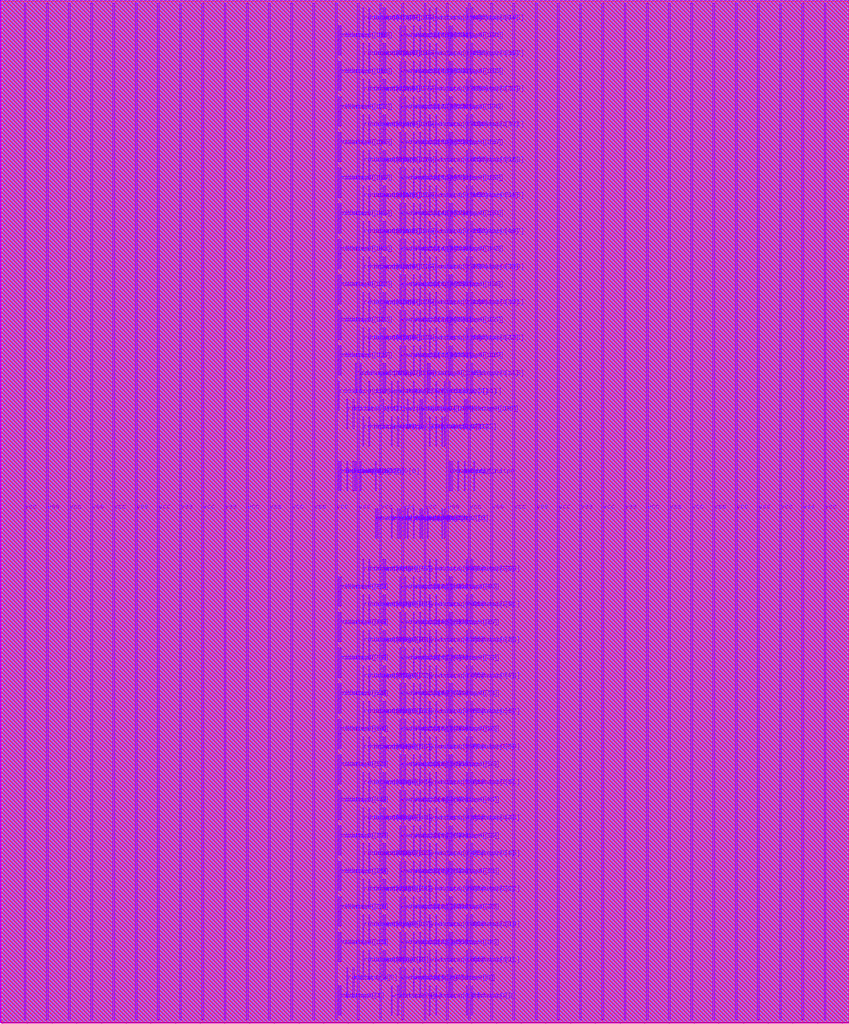
<source format=lef>
VERSION 5.8 ;
BUSBITCHARS "[]" ;
DIVIDERCHAR "/" ;

UNITS
  DATABASE MICRONS 4000 ;
END UNITS

MANUFACTURINGGRID 0.0005 ;

MACRO arf192b080e1r1w0cbbehbaa4acw
  CLASS BLOCK ;
  ORIGIN 0 0 ;
  FOREIGN arf192b080e1r1w0cbbehbaa4acw 0 0 ;
  SIZE 34.2 BY 41.28 ;
  PIN ckrdp0
    DIRECTION INPUT ;
    USE SIGNAL ;
    PORT
      LAYER m7 ;
        RECT 18.084 21.48 18.128 22.68 ;
    END
  END ckrdp0
  PIN ckwrp0
    DIRECTION INPUT ;
    USE SIGNAL ;
    PORT
      LAYER m7 ;
        RECT 15.084 19.56 15.128 20.76 ;
    END
  END ckwrp0
  PIN rdaddrp0[0]
    DIRECTION INPUT ;
    USE SIGNAL ;
    PORT
      LAYER m7 ;
        RECT 13.584 21.48 13.628 22.68 ;
    END
  END rdaddrp0[0]
  PIN rdaddrp0[1]
    DIRECTION INPUT ;
    USE SIGNAL ;
    PORT
      LAYER m7 ;
        RECT 13.672 21.48 13.716 22.68 ;
    END
  END rdaddrp0[1]
  PIN rdaddrp0[2]
    DIRECTION INPUT ;
    USE SIGNAL ;
    PORT
      LAYER m7 ;
        RECT 13.928 21.48 13.972 22.68 ;
    END
  END rdaddrp0[2]
  PIN rdaddrp0[3]
    DIRECTION INPUT ;
    USE SIGNAL ;
    PORT
      LAYER m7 ;
        RECT 14.184 21.48 14.228 22.68 ;
    END
  END rdaddrp0[3]
  PIN rdaddrp0[4]
    DIRECTION INPUT ;
    USE SIGNAL ;
    PORT
      LAYER m7 ;
        RECT 14.272 21.48 14.316 22.68 ;
    END
  END rdaddrp0[4]
  PIN rdaddrp0[5]
    DIRECTION INPUT ;
    USE SIGNAL ;
    PORT
      LAYER m7 ;
        RECT 14.484 21.48 14.528 22.68 ;
    END
  END rdaddrp0[5]
  PIN rdaddrp0[6]
    DIRECTION INPUT ;
    USE SIGNAL ;
    PORT
      LAYER m7 ;
        RECT 15.084 21.48 15.128 22.68 ;
    END
  END rdaddrp0[6]
  PIN rdaddrp0_fd
    DIRECTION INPUT ;
    USE SIGNAL ;
    PORT
      LAYER m7 ;
        RECT 18.172 21.48 18.216 22.68 ;
    END
  END rdaddrp0_fd
  PIN rdaddrp0_rd
    DIRECTION INPUT ;
    USE SIGNAL ;
    PORT
      LAYER m7 ;
        RECT 18.428 21.48 18.472 22.68 ;
    END
  END rdaddrp0_rd
  PIN rddatap0[0]
    DIRECTION OUTPUT ;
    USE SIGNAL ;
    PORT
      LAYER m7 ;
        RECT 13.584 0.24 13.628 1.44 ;
    END
  END rddatap0[0]
  PIN rddatap0[100]
    DIRECTION OUTPUT ;
    USE SIGNAL ;
    PORT
      LAYER m7 ;
        RECT 14.572 23.28 14.616 24.48 ;
    END
  END rddatap0[100]
  PIN rddatap0[101]
    DIRECTION OUTPUT ;
    USE SIGNAL ;
    PORT
      LAYER m7 ;
        RECT 14.828 23.28 14.872 24.48 ;
    END
  END rddatap0[101]
  PIN rddatap0[102]
    DIRECTION OUTPUT ;
    USE SIGNAL ;
    PORT
      LAYER m7 ;
        RECT 17.784 23.28 17.828 24.48 ;
    END
  END rddatap0[102]
  PIN rddatap0[103]
    DIRECTION OUTPUT ;
    USE SIGNAL ;
    PORT
      LAYER m7 ;
        RECT 17.872 23.28 17.916 24.48 ;
    END
  END rddatap0[103]
  PIN rddatap0[104]
    DIRECTION OUTPUT ;
    USE SIGNAL ;
    PORT
      LAYER m7 ;
        RECT 13.928 24 13.972 25.2 ;
    END
  END rddatap0[104]
  PIN rddatap0[105]
    DIRECTION OUTPUT ;
    USE SIGNAL ;
    PORT
      LAYER m7 ;
        RECT 14.184 24 14.228 25.2 ;
    END
  END rddatap0[105]
  PIN rddatap0[106]
    DIRECTION OUTPUT ;
    USE SIGNAL ;
    PORT
      LAYER m7 ;
        RECT 18.684 24 18.728 25.2 ;
    END
  END rddatap0[106]
  PIN rddatap0[107]
    DIRECTION OUTPUT ;
    USE SIGNAL ;
    PORT
      LAYER m7 ;
        RECT 18.772 24 18.816 25.2 ;
    END
  END rddatap0[107]
  PIN rddatap0[108]
    DIRECTION OUTPUT ;
    USE SIGNAL ;
    PORT
      LAYER m7 ;
        RECT 14.828 24.72 14.872 25.92 ;
    END
  END rddatap0[108]
  PIN rddatap0[109]
    DIRECTION OUTPUT ;
    USE SIGNAL ;
    PORT
      LAYER m7 ;
        RECT 13.584 24.72 13.628 25.92 ;
    END
  END rddatap0[109]
  PIN rddatap0[10]
    DIRECTION OUTPUT ;
    USE SIGNAL ;
    PORT
      LAYER m7 ;
        RECT 18.772 1.68 18.816 2.88 ;
    END
  END rddatap0[10]
  PIN rddatap0[110]
    DIRECTION OUTPUT ;
    USE SIGNAL ;
    PORT
      LAYER m7 ;
        RECT 17.872 24.72 17.916 25.92 ;
    END
  END rddatap0[110]
  PIN rddatap0[111]
    DIRECTION OUTPUT ;
    USE SIGNAL ;
    PORT
      LAYER m7 ;
        RECT 18.084 24.72 18.128 25.92 ;
    END
  END rddatap0[111]
  PIN rddatap0[112]
    DIRECTION OUTPUT ;
    USE SIGNAL ;
    PORT
      LAYER m7 ;
        RECT 14.272 25.44 14.316 26.64 ;
    END
  END rddatap0[112]
  PIN rddatap0[113]
    DIRECTION OUTPUT ;
    USE SIGNAL ;
    PORT
      LAYER m7 ;
        RECT 14.484 25.44 14.528 26.64 ;
    END
  END rddatap0[113]
  PIN rddatap0[114]
    DIRECTION OUTPUT ;
    USE SIGNAL ;
    PORT
      LAYER m7 ;
        RECT 18.772 25.44 18.816 26.64 ;
    END
  END rddatap0[114]
  PIN rddatap0[115]
    DIRECTION OUTPUT ;
    USE SIGNAL ;
    PORT
      LAYER m7 ;
        RECT 18.984 25.44 19.028 26.64 ;
    END
  END rddatap0[115]
  PIN rddatap0[116]
    DIRECTION OUTPUT ;
    USE SIGNAL ;
    PORT
      LAYER m7 ;
        RECT 13.584 26.16 13.628 27.36 ;
    END
  END rddatap0[116]
  PIN rddatap0[117]
    DIRECTION OUTPUT ;
    USE SIGNAL ;
    PORT
      LAYER m7 ;
        RECT 13.672 26.16 13.716 27.36 ;
    END
  END rddatap0[117]
  PIN rddatap0[118]
    DIRECTION OUTPUT ;
    USE SIGNAL ;
    PORT
      LAYER m7 ;
        RECT 18.084 26.16 18.128 27.36 ;
    END
  END rddatap0[118]
  PIN rddatap0[119]
    DIRECTION OUTPUT ;
    USE SIGNAL ;
    PORT
      LAYER m7 ;
        RECT 18.172 26.16 18.216 27.36 ;
    END
  END rddatap0[119]
  PIN rddatap0[11]
    DIRECTION OUTPUT ;
    USE SIGNAL ;
    PORT
      LAYER m7 ;
        RECT 18.984 1.68 19.028 2.88 ;
    END
  END rddatap0[11]
  PIN rddatap0[120]
    DIRECTION OUTPUT ;
    USE SIGNAL ;
    PORT
      LAYER m7 ;
        RECT 14.572 26.88 14.616 28.08 ;
    END
  END rddatap0[120]
  PIN rddatap0[121]
    DIRECTION OUTPUT ;
    USE SIGNAL ;
    PORT
      LAYER m7 ;
        RECT 14.828 26.88 14.872 28.08 ;
    END
  END rddatap0[121]
  PIN rddatap0[122]
    DIRECTION OUTPUT ;
    USE SIGNAL ;
    PORT
      LAYER m7 ;
        RECT 18.772 26.88 18.816 28.08 ;
    END
  END rddatap0[122]
  PIN rddatap0[123]
    DIRECTION OUTPUT ;
    USE SIGNAL ;
    PORT
      LAYER m7 ;
        RECT 18.984 26.88 19.028 28.08 ;
    END
  END rddatap0[123]
  PIN rddatap0[124]
    DIRECTION OUTPUT ;
    USE SIGNAL ;
    PORT
      LAYER m7 ;
        RECT 13.584 27.6 13.628 28.8 ;
    END
  END rddatap0[124]
  PIN rddatap0[125]
    DIRECTION OUTPUT ;
    USE SIGNAL ;
    PORT
      LAYER m7 ;
        RECT 13.672 27.6 13.716 28.8 ;
    END
  END rddatap0[125]
  PIN rddatap0[126]
    DIRECTION OUTPUT ;
    USE SIGNAL ;
    PORT
      LAYER m7 ;
        RECT 18.084 27.6 18.128 28.8 ;
    END
  END rddatap0[126]
  PIN rddatap0[127]
    DIRECTION OUTPUT ;
    USE SIGNAL ;
    PORT
      LAYER m7 ;
        RECT 18.172 27.6 18.216 28.8 ;
    END
  END rddatap0[127]
  PIN rddatap0[128]
    DIRECTION OUTPUT ;
    USE SIGNAL ;
    PORT
      LAYER m7 ;
        RECT 14.572 28.32 14.616 29.52 ;
    END
  END rddatap0[128]
  PIN rddatap0[129]
    DIRECTION OUTPUT ;
    USE SIGNAL ;
    PORT
      LAYER m7 ;
        RECT 14.828 28.32 14.872 29.52 ;
    END
  END rddatap0[129]
  PIN rddatap0[12]
    DIRECTION OUTPUT ;
    USE SIGNAL ;
    PORT
      LAYER m7 ;
        RECT 13.584 2.4 13.628 3.6 ;
    END
  END rddatap0[12]
  PIN rddatap0[130]
    DIRECTION OUTPUT ;
    USE SIGNAL ;
    PORT
      LAYER m7 ;
        RECT 18.772 28.32 18.816 29.52 ;
    END
  END rddatap0[130]
  PIN rddatap0[131]
    DIRECTION OUTPUT ;
    USE SIGNAL ;
    PORT
      LAYER m7 ;
        RECT 18.984 28.32 19.028 29.52 ;
    END
  END rddatap0[131]
  PIN rddatap0[132]
    DIRECTION OUTPUT ;
    USE SIGNAL ;
    PORT
      LAYER m7 ;
        RECT 13.584 29.04 13.628 30.24 ;
    END
  END rddatap0[132]
  PIN rddatap0[133]
    DIRECTION OUTPUT ;
    USE SIGNAL ;
    PORT
      LAYER m7 ;
        RECT 13.672 29.04 13.716 30.24 ;
    END
  END rddatap0[133]
  PIN rddatap0[134]
    DIRECTION OUTPUT ;
    USE SIGNAL ;
    PORT
      LAYER m7 ;
        RECT 18.084 29.04 18.128 30.24 ;
    END
  END rddatap0[134]
  PIN rddatap0[135]
    DIRECTION OUTPUT ;
    USE SIGNAL ;
    PORT
      LAYER m7 ;
        RECT 18.172 29.04 18.216 30.24 ;
    END
  END rddatap0[135]
  PIN rddatap0[136]
    DIRECTION OUTPUT ;
    USE SIGNAL ;
    PORT
      LAYER m7 ;
        RECT 14.572 29.76 14.616 30.96 ;
    END
  END rddatap0[136]
  PIN rddatap0[137]
    DIRECTION OUTPUT ;
    USE SIGNAL ;
    PORT
      LAYER m7 ;
        RECT 14.828 29.76 14.872 30.96 ;
    END
  END rddatap0[137]
  PIN rddatap0[138]
    DIRECTION OUTPUT ;
    USE SIGNAL ;
    PORT
      LAYER m7 ;
        RECT 18.772 29.76 18.816 30.96 ;
    END
  END rddatap0[138]
  PIN rddatap0[139]
    DIRECTION OUTPUT ;
    USE SIGNAL ;
    PORT
      LAYER m7 ;
        RECT 18.984 29.76 19.028 30.96 ;
    END
  END rddatap0[139]
  PIN rddatap0[13]
    DIRECTION OUTPUT ;
    USE SIGNAL ;
    PORT
      LAYER m7 ;
        RECT 13.672 2.4 13.716 3.6 ;
    END
  END rddatap0[13]
  PIN rddatap0[140]
    DIRECTION OUTPUT ;
    USE SIGNAL ;
    PORT
      LAYER m7 ;
        RECT 13.584 30.48 13.628 31.68 ;
    END
  END rddatap0[140]
  PIN rddatap0[141]
    DIRECTION OUTPUT ;
    USE SIGNAL ;
    PORT
      LAYER m7 ;
        RECT 13.672 30.48 13.716 31.68 ;
    END
  END rddatap0[141]
  PIN rddatap0[142]
    DIRECTION OUTPUT ;
    USE SIGNAL ;
    PORT
      LAYER m7 ;
        RECT 18.084 30.48 18.128 31.68 ;
    END
  END rddatap0[142]
  PIN rddatap0[143]
    DIRECTION OUTPUT ;
    USE SIGNAL ;
    PORT
      LAYER m7 ;
        RECT 18.172 30.48 18.216 31.68 ;
    END
  END rddatap0[143]
  PIN rddatap0[144]
    DIRECTION OUTPUT ;
    USE SIGNAL ;
    PORT
      LAYER m7 ;
        RECT 14.572 31.2 14.616 32.4 ;
    END
  END rddatap0[144]
  PIN rddatap0[145]
    DIRECTION OUTPUT ;
    USE SIGNAL ;
    PORT
      LAYER m7 ;
        RECT 14.828 31.2 14.872 32.4 ;
    END
  END rddatap0[145]
  PIN rddatap0[146]
    DIRECTION OUTPUT ;
    USE SIGNAL ;
    PORT
      LAYER m7 ;
        RECT 18.772 31.2 18.816 32.4 ;
    END
  END rddatap0[146]
  PIN rddatap0[147]
    DIRECTION OUTPUT ;
    USE SIGNAL ;
    PORT
      LAYER m7 ;
        RECT 18.984 31.2 19.028 32.4 ;
    END
  END rddatap0[147]
  PIN rddatap0[148]
    DIRECTION OUTPUT ;
    USE SIGNAL ;
    PORT
      LAYER m7 ;
        RECT 13.584 31.92 13.628 33.12 ;
    END
  END rddatap0[148]
  PIN rddatap0[149]
    DIRECTION OUTPUT ;
    USE SIGNAL ;
    PORT
      LAYER m7 ;
        RECT 13.672 31.92 13.716 33.12 ;
    END
  END rddatap0[149]
  PIN rddatap0[14]
    DIRECTION OUTPUT ;
    USE SIGNAL ;
    PORT
      LAYER m7 ;
        RECT 18.084 2.4 18.128 3.6 ;
    END
  END rddatap0[14]
  PIN rddatap0[150]
    DIRECTION OUTPUT ;
    USE SIGNAL ;
    PORT
      LAYER m7 ;
        RECT 18.084 31.92 18.128 33.12 ;
    END
  END rddatap0[150]
  PIN rddatap0[151]
    DIRECTION OUTPUT ;
    USE SIGNAL ;
    PORT
      LAYER m7 ;
        RECT 18.172 31.92 18.216 33.12 ;
    END
  END rddatap0[151]
  PIN rddatap0[152]
    DIRECTION OUTPUT ;
    USE SIGNAL ;
    PORT
      LAYER m7 ;
        RECT 14.572 32.64 14.616 33.84 ;
    END
  END rddatap0[152]
  PIN rddatap0[153]
    DIRECTION OUTPUT ;
    USE SIGNAL ;
    PORT
      LAYER m7 ;
        RECT 14.828 32.64 14.872 33.84 ;
    END
  END rddatap0[153]
  PIN rddatap0[154]
    DIRECTION OUTPUT ;
    USE SIGNAL ;
    PORT
      LAYER m7 ;
        RECT 18.772 32.64 18.816 33.84 ;
    END
  END rddatap0[154]
  PIN rddatap0[155]
    DIRECTION OUTPUT ;
    USE SIGNAL ;
    PORT
      LAYER m7 ;
        RECT 18.984 32.64 19.028 33.84 ;
    END
  END rddatap0[155]
  PIN rddatap0[156]
    DIRECTION OUTPUT ;
    USE SIGNAL ;
    PORT
      LAYER m7 ;
        RECT 13.584 33.36 13.628 34.56 ;
    END
  END rddatap0[156]
  PIN rddatap0[157]
    DIRECTION OUTPUT ;
    USE SIGNAL ;
    PORT
      LAYER m7 ;
        RECT 13.672 33.36 13.716 34.56 ;
    END
  END rddatap0[157]
  PIN rddatap0[158]
    DIRECTION OUTPUT ;
    USE SIGNAL ;
    PORT
      LAYER m7 ;
        RECT 18.084 33.36 18.128 34.56 ;
    END
  END rddatap0[158]
  PIN rddatap0[159]
    DIRECTION OUTPUT ;
    USE SIGNAL ;
    PORT
      LAYER m7 ;
        RECT 18.172 33.36 18.216 34.56 ;
    END
  END rddatap0[159]
  PIN rddatap0[15]
    DIRECTION OUTPUT ;
    USE SIGNAL ;
    PORT
      LAYER m7 ;
        RECT 18.172 2.4 18.216 3.6 ;
    END
  END rddatap0[15]
  PIN rddatap0[160]
    DIRECTION OUTPUT ;
    USE SIGNAL ;
    PORT
      LAYER m7 ;
        RECT 14.572 34.08 14.616 35.28 ;
    END
  END rddatap0[160]
  PIN rddatap0[161]
    DIRECTION OUTPUT ;
    USE SIGNAL ;
    PORT
      LAYER m7 ;
        RECT 14.828 34.08 14.872 35.28 ;
    END
  END rddatap0[161]
  PIN rddatap0[162]
    DIRECTION OUTPUT ;
    USE SIGNAL ;
    PORT
      LAYER m7 ;
        RECT 18.772 34.08 18.816 35.28 ;
    END
  END rddatap0[162]
  PIN rddatap0[163]
    DIRECTION OUTPUT ;
    USE SIGNAL ;
    PORT
      LAYER m7 ;
        RECT 18.984 34.08 19.028 35.28 ;
    END
  END rddatap0[163]
  PIN rddatap0[164]
    DIRECTION OUTPUT ;
    USE SIGNAL ;
    PORT
      LAYER m7 ;
        RECT 13.584 34.8 13.628 36 ;
    END
  END rddatap0[164]
  PIN rddatap0[165]
    DIRECTION OUTPUT ;
    USE SIGNAL ;
    PORT
      LAYER m7 ;
        RECT 13.672 34.8 13.716 36 ;
    END
  END rddatap0[165]
  PIN rddatap0[166]
    DIRECTION OUTPUT ;
    USE SIGNAL ;
    PORT
      LAYER m7 ;
        RECT 18.084 34.8 18.128 36 ;
    END
  END rddatap0[166]
  PIN rddatap0[167]
    DIRECTION OUTPUT ;
    USE SIGNAL ;
    PORT
      LAYER m7 ;
        RECT 18.172 34.8 18.216 36 ;
    END
  END rddatap0[167]
  PIN rddatap0[168]
    DIRECTION OUTPUT ;
    USE SIGNAL ;
    PORT
      LAYER m7 ;
        RECT 14.572 35.52 14.616 36.72 ;
    END
  END rddatap0[168]
  PIN rddatap0[169]
    DIRECTION OUTPUT ;
    USE SIGNAL ;
    PORT
      LAYER m7 ;
        RECT 14.828 35.52 14.872 36.72 ;
    END
  END rddatap0[169]
  PIN rddatap0[16]
    DIRECTION OUTPUT ;
    USE SIGNAL ;
    PORT
      LAYER m7 ;
        RECT 14.572 3.12 14.616 4.32 ;
    END
  END rddatap0[16]
  PIN rddatap0[170]
    DIRECTION OUTPUT ;
    USE SIGNAL ;
    PORT
      LAYER m7 ;
        RECT 18.772 35.52 18.816 36.72 ;
    END
  END rddatap0[170]
  PIN rddatap0[171]
    DIRECTION OUTPUT ;
    USE SIGNAL ;
    PORT
      LAYER m7 ;
        RECT 18.984 35.52 19.028 36.72 ;
    END
  END rddatap0[171]
  PIN rddatap0[172]
    DIRECTION OUTPUT ;
    USE SIGNAL ;
    PORT
      LAYER m7 ;
        RECT 13.584 36.24 13.628 37.44 ;
    END
  END rddatap0[172]
  PIN rddatap0[173]
    DIRECTION OUTPUT ;
    USE SIGNAL ;
    PORT
      LAYER m7 ;
        RECT 13.672 36.24 13.716 37.44 ;
    END
  END rddatap0[173]
  PIN rddatap0[174]
    DIRECTION OUTPUT ;
    USE SIGNAL ;
    PORT
      LAYER m7 ;
        RECT 18.084 36.24 18.128 37.44 ;
    END
  END rddatap0[174]
  PIN rddatap0[175]
    DIRECTION OUTPUT ;
    USE SIGNAL ;
    PORT
      LAYER m7 ;
        RECT 18.172 36.24 18.216 37.44 ;
    END
  END rddatap0[175]
  PIN rddatap0[176]
    DIRECTION OUTPUT ;
    USE SIGNAL ;
    PORT
      LAYER m7 ;
        RECT 14.572 36.96 14.616 38.16 ;
    END
  END rddatap0[176]
  PIN rddatap0[177]
    DIRECTION OUTPUT ;
    USE SIGNAL ;
    PORT
      LAYER m7 ;
        RECT 14.828 36.96 14.872 38.16 ;
    END
  END rddatap0[177]
  PIN rddatap0[178]
    DIRECTION OUTPUT ;
    USE SIGNAL ;
    PORT
      LAYER m7 ;
        RECT 18.772 36.96 18.816 38.16 ;
    END
  END rddatap0[178]
  PIN rddatap0[179]
    DIRECTION OUTPUT ;
    USE SIGNAL ;
    PORT
      LAYER m7 ;
        RECT 18.984 36.96 19.028 38.16 ;
    END
  END rddatap0[179]
  PIN rddatap0[17]
    DIRECTION OUTPUT ;
    USE SIGNAL ;
    PORT
      LAYER m7 ;
        RECT 14.828 3.12 14.872 4.32 ;
    END
  END rddatap0[17]
  PIN rddatap0[180]
    DIRECTION OUTPUT ;
    USE SIGNAL ;
    PORT
      LAYER m7 ;
        RECT 13.584 37.68 13.628 38.88 ;
    END
  END rddatap0[180]
  PIN rddatap0[181]
    DIRECTION OUTPUT ;
    USE SIGNAL ;
    PORT
      LAYER m7 ;
        RECT 13.672 37.68 13.716 38.88 ;
    END
  END rddatap0[181]
  PIN rddatap0[182]
    DIRECTION OUTPUT ;
    USE SIGNAL ;
    PORT
      LAYER m7 ;
        RECT 18.084 37.68 18.128 38.88 ;
    END
  END rddatap0[182]
  PIN rddatap0[183]
    DIRECTION OUTPUT ;
    USE SIGNAL ;
    PORT
      LAYER m7 ;
        RECT 18.172 37.68 18.216 38.88 ;
    END
  END rddatap0[183]
  PIN rddatap0[184]
    DIRECTION OUTPUT ;
    USE SIGNAL ;
    PORT
      LAYER m7 ;
        RECT 14.572 38.4 14.616 39.6 ;
    END
  END rddatap0[184]
  PIN rddatap0[185]
    DIRECTION OUTPUT ;
    USE SIGNAL ;
    PORT
      LAYER m7 ;
        RECT 14.828 38.4 14.872 39.6 ;
    END
  END rddatap0[185]
  PIN rddatap0[186]
    DIRECTION OUTPUT ;
    USE SIGNAL ;
    PORT
      LAYER m7 ;
        RECT 18.772 38.4 18.816 39.6 ;
    END
  END rddatap0[186]
  PIN rddatap0[187]
    DIRECTION OUTPUT ;
    USE SIGNAL ;
    PORT
      LAYER m7 ;
        RECT 18.984 38.4 19.028 39.6 ;
    END
  END rddatap0[187]
  PIN rddatap0[188]
    DIRECTION OUTPUT ;
    USE SIGNAL ;
    PORT
      LAYER m7 ;
        RECT 13.584 39.12 13.628 40.32 ;
    END
  END rddatap0[188]
  PIN rddatap0[189]
    DIRECTION OUTPUT ;
    USE SIGNAL ;
    PORT
      LAYER m7 ;
        RECT 13.672 39.12 13.716 40.32 ;
    END
  END rddatap0[189]
  PIN rddatap0[18]
    DIRECTION OUTPUT ;
    USE SIGNAL ;
    PORT
      LAYER m7 ;
        RECT 18.772 3.12 18.816 4.32 ;
    END
  END rddatap0[18]
  PIN rddatap0[190]
    DIRECTION OUTPUT ;
    USE SIGNAL ;
    PORT
      LAYER m7 ;
        RECT 18.084 39.12 18.128 40.32 ;
    END
  END rddatap0[190]
  PIN rddatap0[191]
    DIRECTION OUTPUT ;
    USE SIGNAL ;
    PORT
      LAYER m7 ;
        RECT 18.172 39.12 18.216 40.32 ;
    END
  END rddatap0[191]
  PIN rddatap0[192]
    DIRECTION OUTPUT ;
    USE SIGNAL ;
    PORT
      LAYER m7 ;
        RECT 14.572 39.84 14.616 41.04 ;
    END
  END rddatap0[192]
  PIN rddatap0[193]
    DIRECTION OUTPUT ;
    USE SIGNAL ;
    PORT
      LAYER m7 ;
        RECT 14.828 39.84 14.872 41.04 ;
    END
  END rddatap0[193]
  PIN rddatap0[194]
    DIRECTION OUTPUT ;
    USE SIGNAL ;
    PORT
      LAYER m7 ;
        RECT 18.772 39.84 18.816 41.04 ;
    END
  END rddatap0[194]
  PIN rddatap0[195]
    DIRECTION OUTPUT ;
    USE SIGNAL ;
    PORT
      LAYER m7 ;
        RECT 18.984 39.84 19.028 41.04 ;
    END
  END rddatap0[195]
  PIN rddatap0[19]
    DIRECTION OUTPUT ;
    USE SIGNAL ;
    PORT
      LAYER m7 ;
        RECT 18.984 3.12 19.028 4.32 ;
    END
  END rddatap0[19]
  PIN rddatap0[1]
    DIRECTION OUTPUT ;
    USE SIGNAL ;
    PORT
      LAYER m7 ;
        RECT 13.672 0.24 13.716 1.44 ;
    END
  END rddatap0[1]
  PIN rddatap0[20]
    DIRECTION OUTPUT ;
    USE SIGNAL ;
    PORT
      LAYER m7 ;
        RECT 13.584 3.84 13.628 5.04 ;
    END
  END rddatap0[20]
  PIN rddatap0[21]
    DIRECTION OUTPUT ;
    USE SIGNAL ;
    PORT
      LAYER m7 ;
        RECT 13.672 3.84 13.716 5.04 ;
    END
  END rddatap0[21]
  PIN rddatap0[22]
    DIRECTION OUTPUT ;
    USE SIGNAL ;
    PORT
      LAYER m7 ;
        RECT 18.084 3.84 18.128 5.04 ;
    END
  END rddatap0[22]
  PIN rddatap0[23]
    DIRECTION OUTPUT ;
    USE SIGNAL ;
    PORT
      LAYER m7 ;
        RECT 18.172 3.84 18.216 5.04 ;
    END
  END rddatap0[23]
  PIN rddatap0[24]
    DIRECTION OUTPUT ;
    USE SIGNAL ;
    PORT
      LAYER m7 ;
        RECT 14.572 4.56 14.616 5.76 ;
    END
  END rddatap0[24]
  PIN rddatap0[25]
    DIRECTION OUTPUT ;
    USE SIGNAL ;
    PORT
      LAYER m7 ;
        RECT 14.828 4.56 14.872 5.76 ;
    END
  END rddatap0[25]
  PIN rddatap0[26]
    DIRECTION OUTPUT ;
    USE SIGNAL ;
    PORT
      LAYER m7 ;
        RECT 18.772 4.56 18.816 5.76 ;
    END
  END rddatap0[26]
  PIN rddatap0[27]
    DIRECTION OUTPUT ;
    USE SIGNAL ;
    PORT
      LAYER m7 ;
        RECT 18.984 4.56 19.028 5.76 ;
    END
  END rddatap0[27]
  PIN rddatap0[28]
    DIRECTION OUTPUT ;
    USE SIGNAL ;
    PORT
      LAYER m7 ;
        RECT 13.584 5.28 13.628 6.48 ;
    END
  END rddatap0[28]
  PIN rddatap0[29]
    DIRECTION OUTPUT ;
    USE SIGNAL ;
    PORT
      LAYER m7 ;
        RECT 13.672 5.28 13.716 6.48 ;
    END
  END rddatap0[29]
  PIN rddatap0[2]
    DIRECTION OUTPUT ;
    USE SIGNAL ;
    PORT
      LAYER m7 ;
        RECT 18.772 0.24 18.816 1.44 ;
    END
  END rddatap0[2]
  PIN rddatap0[30]
    DIRECTION OUTPUT ;
    USE SIGNAL ;
    PORT
      LAYER m7 ;
        RECT 18.084 5.28 18.128 6.48 ;
    END
  END rddatap0[30]
  PIN rddatap0[31]
    DIRECTION OUTPUT ;
    USE SIGNAL ;
    PORT
      LAYER m7 ;
        RECT 18.172 5.28 18.216 6.48 ;
    END
  END rddatap0[31]
  PIN rddatap0[32]
    DIRECTION OUTPUT ;
    USE SIGNAL ;
    PORT
      LAYER m7 ;
        RECT 14.572 6 14.616 7.2 ;
    END
  END rddatap0[32]
  PIN rddatap0[33]
    DIRECTION OUTPUT ;
    USE SIGNAL ;
    PORT
      LAYER m7 ;
        RECT 14.828 6 14.872 7.2 ;
    END
  END rddatap0[33]
  PIN rddatap0[34]
    DIRECTION OUTPUT ;
    USE SIGNAL ;
    PORT
      LAYER m7 ;
        RECT 18.772 6 18.816 7.2 ;
    END
  END rddatap0[34]
  PIN rddatap0[35]
    DIRECTION OUTPUT ;
    USE SIGNAL ;
    PORT
      LAYER m7 ;
        RECT 18.984 6 19.028 7.2 ;
    END
  END rddatap0[35]
  PIN rddatap0[36]
    DIRECTION OUTPUT ;
    USE SIGNAL ;
    PORT
      LAYER m7 ;
        RECT 13.584 6.72 13.628 7.92 ;
    END
  END rddatap0[36]
  PIN rddatap0[37]
    DIRECTION OUTPUT ;
    USE SIGNAL ;
    PORT
      LAYER m7 ;
        RECT 13.672 6.72 13.716 7.92 ;
    END
  END rddatap0[37]
  PIN rddatap0[38]
    DIRECTION OUTPUT ;
    USE SIGNAL ;
    PORT
      LAYER m7 ;
        RECT 18.084 6.72 18.128 7.92 ;
    END
  END rddatap0[38]
  PIN rddatap0[39]
    DIRECTION OUTPUT ;
    USE SIGNAL ;
    PORT
      LAYER m7 ;
        RECT 18.172 6.72 18.216 7.92 ;
    END
  END rddatap0[39]
  PIN rddatap0[3]
    DIRECTION OUTPUT ;
    USE SIGNAL ;
    PORT
      LAYER m7 ;
        RECT 18.984 0.24 19.028 1.44 ;
    END
  END rddatap0[3]
  PIN rddatap0[40]
    DIRECTION OUTPUT ;
    USE SIGNAL ;
    PORT
      LAYER m7 ;
        RECT 14.572 7.44 14.616 8.64 ;
    END
  END rddatap0[40]
  PIN rddatap0[41]
    DIRECTION OUTPUT ;
    USE SIGNAL ;
    PORT
      LAYER m7 ;
        RECT 14.828 7.44 14.872 8.64 ;
    END
  END rddatap0[41]
  PIN rddatap0[42]
    DIRECTION OUTPUT ;
    USE SIGNAL ;
    PORT
      LAYER m7 ;
        RECT 18.772 7.44 18.816 8.64 ;
    END
  END rddatap0[42]
  PIN rddatap0[43]
    DIRECTION OUTPUT ;
    USE SIGNAL ;
    PORT
      LAYER m7 ;
        RECT 18.984 7.44 19.028 8.64 ;
    END
  END rddatap0[43]
  PIN rddatap0[44]
    DIRECTION OUTPUT ;
    USE SIGNAL ;
    PORT
      LAYER m7 ;
        RECT 13.584 8.16 13.628 9.36 ;
    END
  END rddatap0[44]
  PIN rddatap0[45]
    DIRECTION OUTPUT ;
    USE SIGNAL ;
    PORT
      LAYER m7 ;
        RECT 13.672 8.16 13.716 9.36 ;
    END
  END rddatap0[45]
  PIN rddatap0[46]
    DIRECTION OUTPUT ;
    USE SIGNAL ;
    PORT
      LAYER m7 ;
        RECT 18.084 8.16 18.128 9.36 ;
    END
  END rddatap0[46]
  PIN rddatap0[47]
    DIRECTION OUTPUT ;
    USE SIGNAL ;
    PORT
      LAYER m7 ;
        RECT 18.172 8.16 18.216 9.36 ;
    END
  END rddatap0[47]
  PIN rddatap0[48]
    DIRECTION OUTPUT ;
    USE SIGNAL ;
    PORT
      LAYER m7 ;
        RECT 14.572 8.88 14.616 10.08 ;
    END
  END rddatap0[48]
  PIN rddatap0[49]
    DIRECTION OUTPUT ;
    USE SIGNAL ;
    PORT
      LAYER m7 ;
        RECT 14.828 8.88 14.872 10.08 ;
    END
  END rddatap0[49]
  PIN rddatap0[4]
    DIRECTION OUTPUT ;
    USE SIGNAL ;
    PORT
      LAYER m7 ;
        RECT 13.928 0.96 13.972 2.16 ;
    END
  END rddatap0[4]
  PIN rddatap0[50]
    DIRECTION OUTPUT ;
    USE SIGNAL ;
    PORT
      LAYER m7 ;
        RECT 18.772 8.88 18.816 10.08 ;
    END
  END rddatap0[50]
  PIN rddatap0[51]
    DIRECTION OUTPUT ;
    USE SIGNAL ;
    PORT
      LAYER m7 ;
        RECT 18.984 8.88 19.028 10.08 ;
    END
  END rddatap0[51]
  PIN rddatap0[52]
    DIRECTION OUTPUT ;
    USE SIGNAL ;
    PORT
      LAYER m7 ;
        RECT 13.584 9.6 13.628 10.8 ;
    END
  END rddatap0[52]
  PIN rddatap0[53]
    DIRECTION OUTPUT ;
    USE SIGNAL ;
    PORT
      LAYER m7 ;
        RECT 13.672 9.6 13.716 10.8 ;
    END
  END rddatap0[53]
  PIN rddatap0[54]
    DIRECTION OUTPUT ;
    USE SIGNAL ;
    PORT
      LAYER m7 ;
        RECT 18.084 9.6 18.128 10.8 ;
    END
  END rddatap0[54]
  PIN rddatap0[55]
    DIRECTION OUTPUT ;
    USE SIGNAL ;
    PORT
      LAYER m7 ;
        RECT 18.172 9.6 18.216 10.8 ;
    END
  END rddatap0[55]
  PIN rddatap0[56]
    DIRECTION OUTPUT ;
    USE SIGNAL ;
    PORT
      LAYER m7 ;
        RECT 14.572 10.32 14.616 11.52 ;
    END
  END rddatap0[56]
  PIN rddatap0[57]
    DIRECTION OUTPUT ;
    USE SIGNAL ;
    PORT
      LAYER m7 ;
        RECT 14.828 10.32 14.872 11.52 ;
    END
  END rddatap0[57]
  PIN rddatap0[58]
    DIRECTION OUTPUT ;
    USE SIGNAL ;
    PORT
      LAYER m7 ;
        RECT 18.772 10.32 18.816 11.52 ;
    END
  END rddatap0[58]
  PIN rddatap0[59]
    DIRECTION OUTPUT ;
    USE SIGNAL ;
    PORT
      LAYER m7 ;
        RECT 18.984 10.32 19.028 11.52 ;
    END
  END rddatap0[59]
  PIN rddatap0[5]
    DIRECTION OUTPUT ;
    USE SIGNAL ;
    PORT
      LAYER m7 ;
        RECT 14.184 0.96 14.228 2.16 ;
    END
  END rddatap0[5]
  PIN rddatap0[60]
    DIRECTION OUTPUT ;
    USE SIGNAL ;
    PORT
      LAYER m7 ;
        RECT 13.584 11.04 13.628 12.24 ;
    END
  END rddatap0[60]
  PIN rddatap0[61]
    DIRECTION OUTPUT ;
    USE SIGNAL ;
    PORT
      LAYER m7 ;
        RECT 13.672 11.04 13.716 12.24 ;
    END
  END rddatap0[61]
  PIN rddatap0[62]
    DIRECTION OUTPUT ;
    USE SIGNAL ;
    PORT
      LAYER m7 ;
        RECT 18.084 11.04 18.128 12.24 ;
    END
  END rddatap0[62]
  PIN rddatap0[63]
    DIRECTION OUTPUT ;
    USE SIGNAL ;
    PORT
      LAYER m7 ;
        RECT 18.172 11.04 18.216 12.24 ;
    END
  END rddatap0[63]
  PIN rddatap0[64]
    DIRECTION OUTPUT ;
    USE SIGNAL ;
    PORT
      LAYER m7 ;
        RECT 14.572 11.76 14.616 12.96 ;
    END
  END rddatap0[64]
  PIN rddatap0[65]
    DIRECTION OUTPUT ;
    USE SIGNAL ;
    PORT
      LAYER m7 ;
        RECT 14.828 11.76 14.872 12.96 ;
    END
  END rddatap0[65]
  PIN rddatap0[66]
    DIRECTION OUTPUT ;
    USE SIGNAL ;
    PORT
      LAYER m7 ;
        RECT 18.772 11.76 18.816 12.96 ;
    END
  END rddatap0[66]
  PIN rddatap0[67]
    DIRECTION OUTPUT ;
    USE SIGNAL ;
    PORT
      LAYER m7 ;
        RECT 18.984 11.76 19.028 12.96 ;
    END
  END rddatap0[67]
  PIN rddatap0[68]
    DIRECTION OUTPUT ;
    USE SIGNAL ;
    PORT
      LAYER m7 ;
        RECT 13.584 12.48 13.628 13.68 ;
    END
  END rddatap0[68]
  PIN rddatap0[69]
    DIRECTION OUTPUT ;
    USE SIGNAL ;
    PORT
      LAYER m7 ;
        RECT 13.672 12.48 13.716 13.68 ;
    END
  END rddatap0[69]
  PIN rddatap0[6]
    DIRECTION OUTPUT ;
    USE SIGNAL ;
    PORT
      LAYER m7 ;
        RECT 18.084 0.96 18.128 2.16 ;
    END
  END rddatap0[6]
  PIN rddatap0[70]
    DIRECTION OUTPUT ;
    USE SIGNAL ;
    PORT
      LAYER m7 ;
        RECT 18.084 12.48 18.128 13.68 ;
    END
  END rddatap0[70]
  PIN rddatap0[71]
    DIRECTION OUTPUT ;
    USE SIGNAL ;
    PORT
      LAYER m7 ;
        RECT 18.172 12.48 18.216 13.68 ;
    END
  END rddatap0[71]
  PIN rddatap0[72]
    DIRECTION OUTPUT ;
    USE SIGNAL ;
    PORT
      LAYER m7 ;
        RECT 14.572 13.2 14.616 14.4 ;
    END
  END rddatap0[72]
  PIN rddatap0[73]
    DIRECTION OUTPUT ;
    USE SIGNAL ;
    PORT
      LAYER m7 ;
        RECT 14.828 13.2 14.872 14.4 ;
    END
  END rddatap0[73]
  PIN rddatap0[74]
    DIRECTION OUTPUT ;
    USE SIGNAL ;
    PORT
      LAYER m7 ;
        RECT 18.772 13.2 18.816 14.4 ;
    END
  END rddatap0[74]
  PIN rddatap0[75]
    DIRECTION OUTPUT ;
    USE SIGNAL ;
    PORT
      LAYER m7 ;
        RECT 18.984 13.2 19.028 14.4 ;
    END
  END rddatap0[75]
  PIN rddatap0[76]
    DIRECTION OUTPUT ;
    USE SIGNAL ;
    PORT
      LAYER m7 ;
        RECT 13.584 13.92 13.628 15.12 ;
    END
  END rddatap0[76]
  PIN rddatap0[77]
    DIRECTION OUTPUT ;
    USE SIGNAL ;
    PORT
      LAYER m7 ;
        RECT 13.672 13.92 13.716 15.12 ;
    END
  END rddatap0[77]
  PIN rddatap0[78]
    DIRECTION OUTPUT ;
    USE SIGNAL ;
    PORT
      LAYER m7 ;
        RECT 18.084 13.92 18.128 15.12 ;
    END
  END rddatap0[78]
  PIN rddatap0[79]
    DIRECTION OUTPUT ;
    USE SIGNAL ;
    PORT
      LAYER m7 ;
        RECT 18.172 13.92 18.216 15.12 ;
    END
  END rddatap0[79]
  PIN rddatap0[7]
    DIRECTION OUTPUT ;
    USE SIGNAL ;
    PORT
      LAYER m7 ;
        RECT 18.172 0.96 18.216 2.16 ;
    END
  END rddatap0[7]
  PIN rddatap0[80]
    DIRECTION OUTPUT ;
    USE SIGNAL ;
    PORT
      LAYER m7 ;
        RECT 14.572 14.64 14.616 15.84 ;
    END
  END rddatap0[80]
  PIN rddatap0[81]
    DIRECTION OUTPUT ;
    USE SIGNAL ;
    PORT
      LAYER m7 ;
        RECT 14.828 14.64 14.872 15.84 ;
    END
  END rddatap0[81]
  PIN rddatap0[82]
    DIRECTION OUTPUT ;
    USE SIGNAL ;
    PORT
      LAYER m7 ;
        RECT 18.772 14.64 18.816 15.84 ;
    END
  END rddatap0[82]
  PIN rddatap0[83]
    DIRECTION OUTPUT ;
    USE SIGNAL ;
    PORT
      LAYER m7 ;
        RECT 18.984 14.64 19.028 15.84 ;
    END
  END rddatap0[83]
  PIN rddatap0[84]
    DIRECTION OUTPUT ;
    USE SIGNAL ;
    PORT
      LAYER m7 ;
        RECT 13.584 15.36 13.628 16.56 ;
    END
  END rddatap0[84]
  PIN rddatap0[85]
    DIRECTION OUTPUT ;
    USE SIGNAL ;
    PORT
      LAYER m7 ;
        RECT 13.672 15.36 13.716 16.56 ;
    END
  END rddatap0[85]
  PIN rddatap0[86]
    DIRECTION OUTPUT ;
    USE SIGNAL ;
    PORT
      LAYER m7 ;
        RECT 18.084 15.36 18.128 16.56 ;
    END
  END rddatap0[86]
  PIN rddatap0[87]
    DIRECTION OUTPUT ;
    USE SIGNAL ;
    PORT
      LAYER m7 ;
        RECT 18.172 15.36 18.216 16.56 ;
    END
  END rddatap0[87]
  PIN rddatap0[88]
    DIRECTION OUTPUT ;
    USE SIGNAL ;
    PORT
      LAYER m7 ;
        RECT 14.572 16.08 14.616 17.28 ;
    END
  END rddatap0[88]
  PIN rddatap0[89]
    DIRECTION OUTPUT ;
    USE SIGNAL ;
    PORT
      LAYER m7 ;
        RECT 14.828 16.08 14.872 17.28 ;
    END
  END rddatap0[89]
  PIN rddatap0[8]
    DIRECTION OUTPUT ;
    USE SIGNAL ;
    PORT
      LAYER m7 ;
        RECT 14.572 1.68 14.616 2.88 ;
    END
  END rddatap0[8]
  PIN rddatap0[90]
    DIRECTION OUTPUT ;
    USE SIGNAL ;
    PORT
      LAYER m7 ;
        RECT 18.772 16.08 18.816 17.28 ;
    END
  END rddatap0[90]
  PIN rddatap0[91]
    DIRECTION OUTPUT ;
    USE SIGNAL ;
    PORT
      LAYER m7 ;
        RECT 18.984 16.08 19.028 17.28 ;
    END
  END rddatap0[91]
  PIN rddatap0[92]
    DIRECTION OUTPUT ;
    USE SIGNAL ;
    PORT
      LAYER m7 ;
        RECT 13.584 16.8 13.628 18 ;
    END
  END rddatap0[92]
  PIN rddatap0[93]
    DIRECTION OUTPUT ;
    USE SIGNAL ;
    PORT
      LAYER m7 ;
        RECT 13.672 16.8 13.716 18 ;
    END
  END rddatap0[93]
  PIN rddatap0[94]
    DIRECTION OUTPUT ;
    USE SIGNAL ;
    PORT
      LAYER m7 ;
        RECT 18.084 16.8 18.128 18 ;
    END
  END rddatap0[94]
  PIN rddatap0[95]
    DIRECTION OUTPUT ;
    USE SIGNAL ;
    PORT
      LAYER m7 ;
        RECT 18.172 16.8 18.216 18 ;
    END
  END rddatap0[95]
  PIN rddatap0[96]
    DIRECTION OUTPUT ;
    USE SIGNAL ;
    PORT
      LAYER m7 ;
        RECT 14.572 17.52 14.616 18.72 ;
    END
  END rddatap0[96]
  PIN rddatap0[97]
    DIRECTION OUTPUT ;
    USE SIGNAL ;
    PORT
      LAYER m7 ;
        RECT 14.828 17.52 14.872 18.72 ;
    END
  END rddatap0[97]
  PIN rddatap0[98]
    DIRECTION OUTPUT ;
    USE SIGNAL ;
    PORT
      LAYER m7 ;
        RECT 18.772 17.52 18.816 18.72 ;
    END
  END rddatap0[98]
  PIN rddatap0[99]
    DIRECTION OUTPUT ;
    USE SIGNAL ;
    PORT
      LAYER m7 ;
        RECT 18.984 17.52 19.028 18.72 ;
    END
  END rddatap0[99]
  PIN rddatap0[9]
    DIRECTION OUTPUT ;
    USE SIGNAL ;
    PORT
      LAYER m7 ;
        RECT 14.828 1.68 14.872 2.88 ;
    END
  END rddatap0[9]
  PIN rdenp0
    DIRECTION INPUT ;
    USE SIGNAL ;
    PORT
      LAYER m7 ;
        RECT 18.684 21.48 18.728 22.68 ;
    END
  END rdenp0
  PIN sdl_initp0
    DIRECTION INPUT ;
    USE SIGNAL ;
    PORT
      LAYER m7 ;
        RECT 19.072 21.48 19.116 22.68 ;
    END
  END sdl_initp0
  PIN vcc
    DIRECTION INPUT ;
    USE POWER ;
    PORT
      LAYER m7 ;
        RECT 33.262 0.06 33.338 41.22 ;
    END
    PORT
      LAYER m7 ;
        RECT 31.462 0.06 31.538 41.22 ;
    END
    PORT
      LAYER m7 ;
        RECT 29.662 0.06 29.738 41.22 ;
    END
    PORT
      LAYER m7 ;
        RECT 27.862 0.06 27.938 41.22 ;
    END
    PORT
      LAYER m7 ;
        RECT 26.062 0.06 26.138 41.22 ;
    END
    PORT
      LAYER m7 ;
        RECT 24.262 0.06 24.338 41.22 ;
    END
    PORT
      LAYER m7 ;
        RECT 22.462 0.06 22.538 41.22 ;
    END
    PORT
      LAYER m7 ;
        RECT 20.662 0.06 20.738 41.22 ;
    END
    PORT
      LAYER m7 ;
        RECT 18.862 0.06 18.938 41.22 ;
    END
    PORT
      LAYER m7 ;
        RECT 17.062 0.06 17.138 41.22 ;
    END
    PORT
      LAYER m7 ;
        RECT 15.262 0.06 15.338 41.22 ;
    END
    PORT
      LAYER m7 ;
        RECT 13.462 0.06 13.538 41.22 ;
    END
    PORT
      LAYER m7 ;
        RECT 11.662 0.06 11.738 41.22 ;
    END
    PORT
      LAYER m7 ;
        RECT 9.862 0.06 9.938 41.22 ;
    END
    PORT
      LAYER m7 ;
        RECT 8.062 0.06 8.138 41.22 ;
    END
    PORT
      LAYER m7 ;
        RECT 6.262 0.06 6.338 41.22 ;
    END
    PORT
      LAYER m7 ;
        RECT 4.462 0.06 4.538 41.22 ;
    END
    PORT
      LAYER m7 ;
        RECT 2.662 0.06 2.738 41.22 ;
    END
    PORT
      LAYER m7 ;
        RECT 0.862 0.06 0.938 41.22 ;
    END
  END vcc
  PIN vss
    DIRECTION INOUT ;
    USE GROUND ;
    PORT
      LAYER m7 ;
        RECT 32.362 0.06 32.438 41.22 ;
    END
    PORT
      LAYER m7 ;
        RECT 30.562 0.06 30.638 41.22 ;
    END
    PORT
      LAYER m7 ;
        RECT 28.762 0.06 28.838 41.22 ;
    END
    PORT
      LAYER m7 ;
        RECT 26.962 0.06 27.038 41.22 ;
    END
    PORT
      LAYER m7 ;
        RECT 25.162 0.06 25.238 41.22 ;
    END
    PORT
      LAYER m7 ;
        RECT 23.362 0.06 23.438 41.22 ;
    END
    PORT
      LAYER m7 ;
        RECT 21.562 0.06 21.638 41.22 ;
    END
    PORT
      LAYER m7 ;
        RECT 19.762 0.06 19.838 41.22 ;
    END
    PORT
      LAYER m7 ;
        RECT 17.962 0.06 18.038 41.22 ;
    END
    PORT
      LAYER m7 ;
        RECT 16.162 0.06 16.238 41.22 ;
    END
    PORT
      LAYER m7 ;
        RECT 14.362 0.06 14.438 41.22 ;
    END
    PORT
      LAYER m7 ;
        RECT 12.562 0.06 12.638 41.22 ;
    END
    PORT
      LAYER m7 ;
        RECT 10.762 0.06 10.838 41.22 ;
    END
    PORT
      LAYER m7 ;
        RECT 8.962 0.06 9.038 41.22 ;
    END
    PORT
      LAYER m7 ;
        RECT 7.162 0.06 7.238 41.22 ;
    END
    PORT
      LAYER m7 ;
        RECT 5.362 0.06 5.438 41.22 ;
    END
    PORT
      LAYER m7 ;
        RECT 3.562 0.06 3.638 41.22 ;
    END
    PORT
      LAYER m7 ;
        RECT 1.762 0.06 1.838 41.22 ;
    END
  END vss
  PIN wraddrp0[0]
    DIRECTION INPUT ;
    USE SIGNAL ;
    PORT
      LAYER m7 ;
        RECT 16.372 19.56 16.416 20.76 ;
    END
  END wraddrp0[0]
  PIN wraddrp0[1]
    DIRECTION INPUT ;
    USE SIGNAL ;
    PORT
      LAYER m7 ;
        RECT 16.628 19.56 16.672 20.76 ;
    END
  END wraddrp0[1]
  PIN wraddrp0[2]
    DIRECTION INPUT ;
    USE SIGNAL ;
    PORT
      LAYER m7 ;
        RECT 16.884 19.56 16.928 20.76 ;
    END
  END wraddrp0[2]
  PIN wraddrp0[3]
    DIRECTION INPUT ;
    USE SIGNAL ;
    PORT
      LAYER m7 ;
        RECT 16.972 19.56 17.016 20.76 ;
    END
  END wraddrp0[3]
  PIN wraddrp0[4]
    DIRECTION INPUT ;
    USE SIGNAL ;
    PORT
      LAYER m7 ;
        RECT 17.184 19.56 17.228 20.76 ;
    END
  END wraddrp0[4]
  PIN wraddrp0[5]
    DIRECTION INPUT ;
    USE SIGNAL ;
    PORT
      LAYER m7 ;
        RECT 17.784 19.56 17.828 20.76 ;
    END
  END wraddrp0[5]
  PIN wraddrp0[6]
    DIRECTION INPUT ;
    USE SIGNAL ;
    PORT
      LAYER m7 ;
        RECT 17.872 19.56 17.916 20.76 ;
    END
  END wraddrp0[6]
  PIN wraddrp0_fd
    DIRECTION INPUT ;
    USE SIGNAL ;
    PORT
      LAYER m7 ;
        RECT 15.172 19.56 15.216 20.76 ;
    END
  END wraddrp0_fd
  PIN wraddrp0_rd
    DIRECTION INPUT ;
    USE SIGNAL ;
    PORT
      LAYER m7 ;
        RECT 15.728 19.56 15.772 20.76 ;
    END
  END wraddrp0_rd
  PIN wrdatap0[0]
    DIRECTION INPUT ;
    USE SIGNAL ;
    PORT
      LAYER m7 ;
        RECT 15.728 0.24 15.772 1.44 ;
    END
  END wrdatap0[0]
  PIN wrdatap0[100]
    DIRECTION INPUT ;
    USE SIGNAL ;
    PORT
      LAYER m7 ;
        RECT 15.728 23.28 15.772 24.48 ;
    END
  END wrdatap0[100]
  PIN wrdatap0[101]
    DIRECTION INPUT ;
    USE SIGNAL ;
    PORT
      LAYER m7 ;
        RECT 15.984 23.28 16.028 24.48 ;
    END
  END wrdatap0[101]
  PIN wrdatap0[102]
    DIRECTION INPUT ;
    USE SIGNAL ;
    PORT
      LAYER m7 ;
        RECT 17.272 23.28 17.316 24.48 ;
    END
  END wrdatap0[102]
  PIN wrdatap0[103]
    DIRECTION INPUT ;
    USE SIGNAL ;
    PORT
      LAYER m7 ;
        RECT 17.528 23.28 17.572 24.48 ;
    END
  END wrdatap0[103]
  PIN wrdatap0[104]
    DIRECTION INPUT ;
    USE SIGNAL ;
    PORT
      LAYER m7 ;
        RECT 16.372 24 16.416 25.2 ;
    END
  END wrdatap0[104]
  PIN wrdatap0[105]
    DIRECTION INPUT ;
    USE SIGNAL ;
    PORT
      LAYER m7 ;
        RECT 15.384 24 15.428 25.2 ;
    END
  END wrdatap0[105]
  PIN wrdatap0[106]
    DIRECTION INPUT ;
    USE SIGNAL ;
    PORT
      LAYER m7 ;
        RECT 16.884 24 16.928 25.2 ;
    END
  END wrdatap0[106]
  PIN wrdatap0[107]
    DIRECTION INPUT ;
    USE SIGNAL ;
    PORT
      LAYER m7 ;
        RECT 16.972 24 17.016 25.2 ;
    END
  END wrdatap0[107]
  PIN wrdatap0[108]
    DIRECTION INPUT ;
    USE SIGNAL ;
    PORT
      LAYER m7 ;
        RECT 15.728 24.72 15.772 25.92 ;
    END
  END wrdatap0[108]
  PIN wrdatap0[109]
    DIRECTION INPUT ;
    USE SIGNAL ;
    PORT
      LAYER m7 ;
        RECT 15.984 24.72 16.028 25.92 ;
    END
  END wrdatap0[109]
  PIN wrdatap0[10]
    DIRECTION INPUT ;
    USE SIGNAL ;
    PORT
      LAYER m7 ;
        RECT 17.272 1.68 17.316 2.88 ;
    END
  END wrdatap0[10]
  PIN wrdatap0[110]
    DIRECTION INPUT ;
    USE SIGNAL ;
    PORT
      LAYER m7 ;
        RECT 17.528 24.72 17.572 25.92 ;
    END
  END wrdatap0[110]
  PIN wrdatap0[111]
    DIRECTION INPUT ;
    USE SIGNAL ;
    PORT
      LAYER m7 ;
        RECT 16.628 24.72 16.672 25.92 ;
    END
  END wrdatap0[111]
  PIN wrdatap0[112]
    DIRECTION INPUT ;
    USE SIGNAL ;
    PORT
      LAYER m7 ;
        RECT 15.384 25.44 15.428 26.64 ;
    END
  END wrdatap0[112]
  PIN wrdatap0[113]
    DIRECTION INPUT ;
    USE SIGNAL ;
    PORT
      LAYER m7 ;
        RECT 15.472 25.44 15.516 26.64 ;
    END
  END wrdatap0[113]
  PIN wrdatap0[114]
    DIRECTION INPUT ;
    USE SIGNAL ;
    PORT
      LAYER m7 ;
        RECT 17.184 25.44 17.228 26.64 ;
    END
  END wrdatap0[114]
  PIN wrdatap0[115]
    DIRECTION INPUT ;
    USE SIGNAL ;
    PORT
      LAYER m7 ;
        RECT 17.272 25.44 17.316 26.64 ;
    END
  END wrdatap0[115]
  PIN wrdatap0[116]
    DIRECTION INPUT ;
    USE SIGNAL ;
    PORT
      LAYER m7 ;
        RECT 16.072 26.16 16.116 27.36 ;
    END
  END wrdatap0[116]
  PIN wrdatap0[117]
    DIRECTION INPUT ;
    USE SIGNAL ;
    PORT
      LAYER m7 ;
        RECT 16.284 26.16 16.328 27.36 ;
    END
  END wrdatap0[117]
  PIN wrdatap0[118]
    DIRECTION INPUT ;
    USE SIGNAL ;
    PORT
      LAYER m7 ;
        RECT 16.628 26.16 16.672 27.36 ;
    END
  END wrdatap0[118]
  PIN wrdatap0[119]
    DIRECTION INPUT ;
    USE SIGNAL ;
    PORT
      LAYER m7 ;
        RECT 16.884 26.16 16.928 27.36 ;
    END
  END wrdatap0[119]
  PIN wrdatap0[11]
    DIRECTION INPUT ;
    USE SIGNAL ;
    PORT
      LAYER m7 ;
        RECT 17.528 1.68 17.572 2.88 ;
    END
  END wrdatap0[11]
  PIN wrdatap0[120]
    DIRECTION INPUT ;
    USE SIGNAL ;
    PORT
      LAYER m7 ;
        RECT 15.384 26.88 15.428 28.08 ;
    END
  END wrdatap0[120]
  PIN wrdatap0[121]
    DIRECTION INPUT ;
    USE SIGNAL ;
    PORT
      LAYER m7 ;
        RECT 15.472 26.88 15.516 28.08 ;
    END
  END wrdatap0[121]
  PIN wrdatap0[122]
    DIRECTION INPUT ;
    USE SIGNAL ;
    PORT
      LAYER m7 ;
        RECT 17.272 26.88 17.316 28.08 ;
    END
  END wrdatap0[122]
  PIN wrdatap0[123]
    DIRECTION INPUT ;
    USE SIGNAL ;
    PORT
      LAYER m7 ;
        RECT 17.528 26.88 17.572 28.08 ;
    END
  END wrdatap0[123]
  PIN wrdatap0[124]
    DIRECTION INPUT ;
    USE SIGNAL ;
    PORT
      LAYER m7 ;
        RECT 16.072 27.6 16.116 28.8 ;
    END
  END wrdatap0[124]
  PIN wrdatap0[125]
    DIRECTION INPUT ;
    USE SIGNAL ;
    PORT
      LAYER m7 ;
        RECT 16.284 27.6 16.328 28.8 ;
    END
  END wrdatap0[125]
  PIN wrdatap0[126]
    DIRECTION INPUT ;
    USE SIGNAL ;
    PORT
      LAYER m7 ;
        RECT 16.628 27.6 16.672 28.8 ;
    END
  END wrdatap0[126]
  PIN wrdatap0[127]
    DIRECTION INPUT ;
    USE SIGNAL ;
    PORT
      LAYER m7 ;
        RECT 16.884 27.6 16.928 28.8 ;
    END
  END wrdatap0[127]
  PIN wrdatap0[128]
    DIRECTION INPUT ;
    USE SIGNAL ;
    PORT
      LAYER m7 ;
        RECT 15.384 28.32 15.428 29.52 ;
    END
  END wrdatap0[128]
  PIN wrdatap0[129]
    DIRECTION INPUT ;
    USE SIGNAL ;
    PORT
      LAYER m7 ;
        RECT 15.472 28.32 15.516 29.52 ;
    END
  END wrdatap0[129]
  PIN wrdatap0[12]
    DIRECTION INPUT ;
    USE SIGNAL ;
    PORT
      LAYER m7 ;
        RECT 16.072 2.4 16.116 3.6 ;
    END
  END wrdatap0[12]
  PIN wrdatap0[130]
    DIRECTION INPUT ;
    USE SIGNAL ;
    PORT
      LAYER m7 ;
        RECT 17.272 28.32 17.316 29.52 ;
    END
  END wrdatap0[130]
  PIN wrdatap0[131]
    DIRECTION INPUT ;
    USE SIGNAL ;
    PORT
      LAYER m7 ;
        RECT 17.528 28.32 17.572 29.52 ;
    END
  END wrdatap0[131]
  PIN wrdatap0[132]
    DIRECTION INPUT ;
    USE SIGNAL ;
    PORT
      LAYER m7 ;
        RECT 16.072 29.04 16.116 30.24 ;
    END
  END wrdatap0[132]
  PIN wrdatap0[133]
    DIRECTION INPUT ;
    USE SIGNAL ;
    PORT
      LAYER m7 ;
        RECT 16.284 29.04 16.328 30.24 ;
    END
  END wrdatap0[133]
  PIN wrdatap0[134]
    DIRECTION INPUT ;
    USE SIGNAL ;
    PORT
      LAYER m7 ;
        RECT 16.628 29.04 16.672 30.24 ;
    END
  END wrdatap0[134]
  PIN wrdatap0[135]
    DIRECTION INPUT ;
    USE SIGNAL ;
    PORT
      LAYER m7 ;
        RECT 16.884 29.04 16.928 30.24 ;
    END
  END wrdatap0[135]
  PIN wrdatap0[136]
    DIRECTION INPUT ;
    USE SIGNAL ;
    PORT
      LAYER m7 ;
        RECT 15.384 29.76 15.428 30.96 ;
    END
  END wrdatap0[136]
  PIN wrdatap0[137]
    DIRECTION INPUT ;
    USE SIGNAL ;
    PORT
      LAYER m7 ;
        RECT 15.472 29.76 15.516 30.96 ;
    END
  END wrdatap0[137]
  PIN wrdatap0[138]
    DIRECTION INPUT ;
    USE SIGNAL ;
    PORT
      LAYER m7 ;
        RECT 17.272 29.76 17.316 30.96 ;
    END
  END wrdatap0[138]
  PIN wrdatap0[139]
    DIRECTION INPUT ;
    USE SIGNAL ;
    PORT
      LAYER m7 ;
        RECT 17.528 29.76 17.572 30.96 ;
    END
  END wrdatap0[139]
  PIN wrdatap0[13]
    DIRECTION INPUT ;
    USE SIGNAL ;
    PORT
      LAYER m7 ;
        RECT 16.284 2.4 16.328 3.6 ;
    END
  END wrdatap0[13]
  PIN wrdatap0[140]
    DIRECTION INPUT ;
    USE SIGNAL ;
    PORT
      LAYER m7 ;
        RECT 16.072 30.48 16.116 31.68 ;
    END
  END wrdatap0[140]
  PIN wrdatap0[141]
    DIRECTION INPUT ;
    USE SIGNAL ;
    PORT
      LAYER m7 ;
        RECT 16.284 30.48 16.328 31.68 ;
    END
  END wrdatap0[141]
  PIN wrdatap0[142]
    DIRECTION INPUT ;
    USE SIGNAL ;
    PORT
      LAYER m7 ;
        RECT 16.628 30.48 16.672 31.68 ;
    END
  END wrdatap0[142]
  PIN wrdatap0[143]
    DIRECTION INPUT ;
    USE SIGNAL ;
    PORT
      LAYER m7 ;
        RECT 16.884 30.48 16.928 31.68 ;
    END
  END wrdatap0[143]
  PIN wrdatap0[144]
    DIRECTION INPUT ;
    USE SIGNAL ;
    PORT
      LAYER m7 ;
        RECT 15.384 31.2 15.428 32.4 ;
    END
  END wrdatap0[144]
  PIN wrdatap0[145]
    DIRECTION INPUT ;
    USE SIGNAL ;
    PORT
      LAYER m7 ;
        RECT 15.472 31.2 15.516 32.4 ;
    END
  END wrdatap0[145]
  PIN wrdatap0[146]
    DIRECTION INPUT ;
    USE SIGNAL ;
    PORT
      LAYER m7 ;
        RECT 17.272 31.2 17.316 32.4 ;
    END
  END wrdatap0[146]
  PIN wrdatap0[147]
    DIRECTION INPUT ;
    USE SIGNAL ;
    PORT
      LAYER m7 ;
        RECT 17.528 31.2 17.572 32.4 ;
    END
  END wrdatap0[147]
  PIN wrdatap0[148]
    DIRECTION INPUT ;
    USE SIGNAL ;
    PORT
      LAYER m7 ;
        RECT 16.072 31.92 16.116 33.12 ;
    END
  END wrdatap0[148]
  PIN wrdatap0[149]
    DIRECTION INPUT ;
    USE SIGNAL ;
    PORT
      LAYER m7 ;
        RECT 16.284 31.92 16.328 33.12 ;
    END
  END wrdatap0[149]
  PIN wrdatap0[14]
    DIRECTION INPUT ;
    USE SIGNAL ;
    PORT
      LAYER m7 ;
        RECT 16.628 2.4 16.672 3.6 ;
    END
  END wrdatap0[14]
  PIN wrdatap0[150]
    DIRECTION INPUT ;
    USE SIGNAL ;
    PORT
      LAYER m7 ;
        RECT 16.628 31.92 16.672 33.12 ;
    END
  END wrdatap0[150]
  PIN wrdatap0[151]
    DIRECTION INPUT ;
    USE SIGNAL ;
    PORT
      LAYER m7 ;
        RECT 16.884 31.92 16.928 33.12 ;
    END
  END wrdatap0[151]
  PIN wrdatap0[152]
    DIRECTION INPUT ;
    USE SIGNAL ;
    PORT
      LAYER m7 ;
        RECT 15.384 32.64 15.428 33.84 ;
    END
  END wrdatap0[152]
  PIN wrdatap0[153]
    DIRECTION INPUT ;
    USE SIGNAL ;
    PORT
      LAYER m7 ;
        RECT 15.472 32.64 15.516 33.84 ;
    END
  END wrdatap0[153]
  PIN wrdatap0[154]
    DIRECTION INPUT ;
    USE SIGNAL ;
    PORT
      LAYER m7 ;
        RECT 17.272 32.64 17.316 33.84 ;
    END
  END wrdatap0[154]
  PIN wrdatap0[155]
    DIRECTION INPUT ;
    USE SIGNAL ;
    PORT
      LAYER m7 ;
        RECT 17.528 32.64 17.572 33.84 ;
    END
  END wrdatap0[155]
  PIN wrdatap0[156]
    DIRECTION INPUT ;
    USE SIGNAL ;
    PORT
      LAYER m7 ;
        RECT 16.072 33.36 16.116 34.56 ;
    END
  END wrdatap0[156]
  PIN wrdatap0[157]
    DIRECTION INPUT ;
    USE SIGNAL ;
    PORT
      LAYER m7 ;
        RECT 16.284 33.36 16.328 34.56 ;
    END
  END wrdatap0[157]
  PIN wrdatap0[158]
    DIRECTION INPUT ;
    USE SIGNAL ;
    PORT
      LAYER m7 ;
        RECT 16.628 33.36 16.672 34.56 ;
    END
  END wrdatap0[158]
  PIN wrdatap0[159]
    DIRECTION INPUT ;
    USE SIGNAL ;
    PORT
      LAYER m7 ;
        RECT 16.884 33.36 16.928 34.56 ;
    END
  END wrdatap0[159]
  PIN wrdatap0[15]
    DIRECTION INPUT ;
    USE SIGNAL ;
    PORT
      LAYER m7 ;
        RECT 16.884 2.4 16.928 3.6 ;
    END
  END wrdatap0[15]
  PIN wrdatap0[160]
    DIRECTION INPUT ;
    USE SIGNAL ;
    PORT
      LAYER m7 ;
        RECT 15.384 34.08 15.428 35.28 ;
    END
  END wrdatap0[160]
  PIN wrdatap0[161]
    DIRECTION INPUT ;
    USE SIGNAL ;
    PORT
      LAYER m7 ;
        RECT 15.472 34.08 15.516 35.28 ;
    END
  END wrdatap0[161]
  PIN wrdatap0[162]
    DIRECTION INPUT ;
    USE SIGNAL ;
    PORT
      LAYER m7 ;
        RECT 17.272 34.08 17.316 35.28 ;
    END
  END wrdatap0[162]
  PIN wrdatap0[163]
    DIRECTION INPUT ;
    USE SIGNAL ;
    PORT
      LAYER m7 ;
        RECT 17.528 34.08 17.572 35.28 ;
    END
  END wrdatap0[163]
  PIN wrdatap0[164]
    DIRECTION INPUT ;
    USE SIGNAL ;
    PORT
      LAYER m7 ;
        RECT 16.072 34.8 16.116 36 ;
    END
  END wrdatap0[164]
  PIN wrdatap0[165]
    DIRECTION INPUT ;
    USE SIGNAL ;
    PORT
      LAYER m7 ;
        RECT 16.284 34.8 16.328 36 ;
    END
  END wrdatap0[165]
  PIN wrdatap0[166]
    DIRECTION INPUT ;
    USE SIGNAL ;
    PORT
      LAYER m7 ;
        RECT 16.628 34.8 16.672 36 ;
    END
  END wrdatap0[166]
  PIN wrdatap0[167]
    DIRECTION INPUT ;
    USE SIGNAL ;
    PORT
      LAYER m7 ;
        RECT 16.884 34.8 16.928 36 ;
    END
  END wrdatap0[167]
  PIN wrdatap0[168]
    DIRECTION INPUT ;
    USE SIGNAL ;
    PORT
      LAYER m7 ;
        RECT 15.384 35.52 15.428 36.72 ;
    END
  END wrdatap0[168]
  PIN wrdatap0[169]
    DIRECTION INPUT ;
    USE SIGNAL ;
    PORT
      LAYER m7 ;
        RECT 15.472 35.52 15.516 36.72 ;
    END
  END wrdatap0[169]
  PIN wrdatap0[16]
    DIRECTION INPUT ;
    USE SIGNAL ;
    PORT
      LAYER m7 ;
        RECT 15.384 3.12 15.428 4.32 ;
    END
  END wrdatap0[16]
  PIN wrdatap0[170]
    DIRECTION INPUT ;
    USE SIGNAL ;
    PORT
      LAYER m7 ;
        RECT 17.272 35.52 17.316 36.72 ;
    END
  END wrdatap0[170]
  PIN wrdatap0[171]
    DIRECTION INPUT ;
    USE SIGNAL ;
    PORT
      LAYER m7 ;
        RECT 17.528 35.52 17.572 36.72 ;
    END
  END wrdatap0[171]
  PIN wrdatap0[172]
    DIRECTION INPUT ;
    USE SIGNAL ;
    PORT
      LAYER m7 ;
        RECT 16.072 36.24 16.116 37.44 ;
    END
  END wrdatap0[172]
  PIN wrdatap0[173]
    DIRECTION INPUT ;
    USE SIGNAL ;
    PORT
      LAYER m7 ;
        RECT 16.284 36.24 16.328 37.44 ;
    END
  END wrdatap0[173]
  PIN wrdatap0[174]
    DIRECTION INPUT ;
    USE SIGNAL ;
    PORT
      LAYER m7 ;
        RECT 16.628 36.24 16.672 37.44 ;
    END
  END wrdatap0[174]
  PIN wrdatap0[175]
    DIRECTION INPUT ;
    USE SIGNAL ;
    PORT
      LAYER m7 ;
        RECT 16.884 36.24 16.928 37.44 ;
    END
  END wrdatap0[175]
  PIN wrdatap0[176]
    DIRECTION INPUT ;
    USE SIGNAL ;
    PORT
      LAYER m7 ;
        RECT 15.384 36.96 15.428 38.16 ;
    END
  END wrdatap0[176]
  PIN wrdatap0[177]
    DIRECTION INPUT ;
    USE SIGNAL ;
    PORT
      LAYER m7 ;
        RECT 15.472 36.96 15.516 38.16 ;
    END
  END wrdatap0[177]
  PIN wrdatap0[178]
    DIRECTION INPUT ;
    USE SIGNAL ;
    PORT
      LAYER m7 ;
        RECT 17.272 36.96 17.316 38.16 ;
    END
  END wrdatap0[178]
  PIN wrdatap0[179]
    DIRECTION INPUT ;
    USE SIGNAL ;
    PORT
      LAYER m7 ;
        RECT 17.528 36.96 17.572 38.16 ;
    END
  END wrdatap0[179]
  PIN wrdatap0[17]
    DIRECTION INPUT ;
    USE SIGNAL ;
    PORT
      LAYER m7 ;
        RECT 15.472 3.12 15.516 4.32 ;
    END
  END wrdatap0[17]
  PIN wrdatap0[180]
    DIRECTION INPUT ;
    USE SIGNAL ;
    PORT
      LAYER m7 ;
        RECT 16.072 37.68 16.116 38.88 ;
    END
  END wrdatap0[180]
  PIN wrdatap0[181]
    DIRECTION INPUT ;
    USE SIGNAL ;
    PORT
      LAYER m7 ;
        RECT 16.284 37.68 16.328 38.88 ;
    END
  END wrdatap0[181]
  PIN wrdatap0[182]
    DIRECTION INPUT ;
    USE SIGNAL ;
    PORT
      LAYER m7 ;
        RECT 16.628 37.68 16.672 38.88 ;
    END
  END wrdatap0[182]
  PIN wrdatap0[183]
    DIRECTION INPUT ;
    USE SIGNAL ;
    PORT
      LAYER m7 ;
        RECT 16.884 37.68 16.928 38.88 ;
    END
  END wrdatap0[183]
  PIN wrdatap0[184]
    DIRECTION INPUT ;
    USE SIGNAL ;
    PORT
      LAYER m7 ;
        RECT 15.384 38.4 15.428 39.6 ;
    END
  END wrdatap0[184]
  PIN wrdatap0[185]
    DIRECTION INPUT ;
    USE SIGNAL ;
    PORT
      LAYER m7 ;
        RECT 15.472 38.4 15.516 39.6 ;
    END
  END wrdatap0[185]
  PIN wrdatap0[186]
    DIRECTION INPUT ;
    USE SIGNAL ;
    PORT
      LAYER m7 ;
        RECT 17.272 38.4 17.316 39.6 ;
    END
  END wrdatap0[186]
  PIN wrdatap0[187]
    DIRECTION INPUT ;
    USE SIGNAL ;
    PORT
      LAYER m7 ;
        RECT 17.528 38.4 17.572 39.6 ;
    END
  END wrdatap0[187]
  PIN wrdatap0[188]
    DIRECTION INPUT ;
    USE SIGNAL ;
    PORT
      LAYER m7 ;
        RECT 16.072 39.12 16.116 40.32 ;
    END
  END wrdatap0[188]
  PIN wrdatap0[189]
    DIRECTION INPUT ;
    USE SIGNAL ;
    PORT
      LAYER m7 ;
        RECT 16.284 39.12 16.328 40.32 ;
    END
  END wrdatap0[189]
  PIN wrdatap0[18]
    DIRECTION INPUT ;
    USE SIGNAL ;
    PORT
      LAYER m7 ;
        RECT 17.272 3.12 17.316 4.32 ;
    END
  END wrdatap0[18]
  PIN wrdatap0[190]
    DIRECTION INPUT ;
    USE SIGNAL ;
    PORT
      LAYER m7 ;
        RECT 16.628 39.12 16.672 40.32 ;
    END
  END wrdatap0[190]
  PIN wrdatap0[191]
    DIRECTION INPUT ;
    USE SIGNAL ;
    PORT
      LAYER m7 ;
        RECT 16.884 39.12 16.928 40.32 ;
    END
  END wrdatap0[191]
  PIN wrdatap0[192]
    DIRECTION INPUT ;
    USE SIGNAL ;
    PORT
      LAYER m7 ;
        RECT 15.384 39.84 15.428 41.04 ;
    END
  END wrdatap0[192]
  PIN wrdatap0[193]
    DIRECTION INPUT ;
    USE SIGNAL ;
    PORT
      LAYER m7 ;
        RECT 15.472 39.84 15.516 41.04 ;
    END
  END wrdatap0[193]
  PIN wrdatap0[194]
    DIRECTION INPUT ;
    USE SIGNAL ;
    PORT
      LAYER m7 ;
        RECT 17.272 39.84 17.316 41.04 ;
    END
  END wrdatap0[194]
  PIN wrdatap0[195]
    DIRECTION INPUT ;
    USE SIGNAL ;
    PORT
      LAYER m7 ;
        RECT 17.528 39.84 17.572 41.04 ;
    END
  END wrdatap0[195]
  PIN wrdatap0[19]
    DIRECTION INPUT ;
    USE SIGNAL ;
    PORT
      LAYER m7 ;
        RECT 17.528 3.12 17.572 4.32 ;
    END
  END wrdatap0[19]
  PIN wrdatap0[1]
    DIRECTION INPUT ;
    USE SIGNAL ;
    PORT
      LAYER m7 ;
        RECT 15.984 0.24 16.028 1.44 ;
    END
  END wrdatap0[1]
  PIN wrdatap0[20]
    DIRECTION INPUT ;
    USE SIGNAL ;
    PORT
      LAYER m7 ;
        RECT 16.072 3.84 16.116 5.04 ;
    END
  END wrdatap0[20]
  PIN wrdatap0[21]
    DIRECTION INPUT ;
    USE SIGNAL ;
    PORT
      LAYER m7 ;
        RECT 16.284 3.84 16.328 5.04 ;
    END
  END wrdatap0[21]
  PIN wrdatap0[22]
    DIRECTION INPUT ;
    USE SIGNAL ;
    PORT
      LAYER m7 ;
        RECT 16.628 3.84 16.672 5.04 ;
    END
  END wrdatap0[22]
  PIN wrdatap0[23]
    DIRECTION INPUT ;
    USE SIGNAL ;
    PORT
      LAYER m7 ;
        RECT 16.884 3.84 16.928 5.04 ;
    END
  END wrdatap0[23]
  PIN wrdatap0[24]
    DIRECTION INPUT ;
    USE SIGNAL ;
    PORT
      LAYER m7 ;
        RECT 15.384 4.56 15.428 5.76 ;
    END
  END wrdatap0[24]
  PIN wrdatap0[25]
    DIRECTION INPUT ;
    USE SIGNAL ;
    PORT
      LAYER m7 ;
        RECT 15.472 4.56 15.516 5.76 ;
    END
  END wrdatap0[25]
  PIN wrdatap0[26]
    DIRECTION INPUT ;
    USE SIGNAL ;
    PORT
      LAYER m7 ;
        RECT 17.272 4.56 17.316 5.76 ;
    END
  END wrdatap0[26]
  PIN wrdatap0[27]
    DIRECTION INPUT ;
    USE SIGNAL ;
    PORT
      LAYER m7 ;
        RECT 17.528 4.56 17.572 5.76 ;
    END
  END wrdatap0[27]
  PIN wrdatap0[28]
    DIRECTION INPUT ;
    USE SIGNAL ;
    PORT
      LAYER m7 ;
        RECT 16.072 5.28 16.116 6.48 ;
    END
  END wrdatap0[28]
  PIN wrdatap0[29]
    DIRECTION INPUT ;
    USE SIGNAL ;
    PORT
      LAYER m7 ;
        RECT 16.284 5.28 16.328 6.48 ;
    END
  END wrdatap0[29]
  PIN wrdatap0[2]
    DIRECTION INPUT ;
    USE SIGNAL ;
    PORT
      LAYER m7 ;
        RECT 17.272 0.24 17.316 1.44 ;
    END
  END wrdatap0[2]
  PIN wrdatap0[30]
    DIRECTION INPUT ;
    USE SIGNAL ;
    PORT
      LAYER m7 ;
        RECT 16.628 5.28 16.672 6.48 ;
    END
  END wrdatap0[30]
  PIN wrdatap0[31]
    DIRECTION INPUT ;
    USE SIGNAL ;
    PORT
      LAYER m7 ;
        RECT 16.884 5.28 16.928 6.48 ;
    END
  END wrdatap0[31]
  PIN wrdatap0[32]
    DIRECTION INPUT ;
    USE SIGNAL ;
    PORT
      LAYER m7 ;
        RECT 15.384 6 15.428 7.2 ;
    END
  END wrdatap0[32]
  PIN wrdatap0[33]
    DIRECTION INPUT ;
    USE SIGNAL ;
    PORT
      LAYER m7 ;
        RECT 15.472 6 15.516 7.2 ;
    END
  END wrdatap0[33]
  PIN wrdatap0[34]
    DIRECTION INPUT ;
    USE SIGNAL ;
    PORT
      LAYER m7 ;
        RECT 17.272 6 17.316 7.2 ;
    END
  END wrdatap0[34]
  PIN wrdatap0[35]
    DIRECTION INPUT ;
    USE SIGNAL ;
    PORT
      LAYER m7 ;
        RECT 17.528 6 17.572 7.2 ;
    END
  END wrdatap0[35]
  PIN wrdatap0[36]
    DIRECTION INPUT ;
    USE SIGNAL ;
    PORT
      LAYER m7 ;
        RECT 16.072 6.72 16.116 7.92 ;
    END
  END wrdatap0[36]
  PIN wrdatap0[37]
    DIRECTION INPUT ;
    USE SIGNAL ;
    PORT
      LAYER m7 ;
        RECT 16.284 6.72 16.328 7.92 ;
    END
  END wrdatap0[37]
  PIN wrdatap0[38]
    DIRECTION INPUT ;
    USE SIGNAL ;
    PORT
      LAYER m7 ;
        RECT 16.628 6.72 16.672 7.92 ;
    END
  END wrdatap0[38]
  PIN wrdatap0[39]
    DIRECTION INPUT ;
    USE SIGNAL ;
    PORT
      LAYER m7 ;
        RECT 16.884 6.72 16.928 7.92 ;
    END
  END wrdatap0[39]
  PIN wrdatap0[3]
    DIRECTION INPUT ;
    USE SIGNAL ;
    PORT
      LAYER m7 ;
        RECT 17.528 0.24 17.572 1.44 ;
    END
  END wrdatap0[3]
  PIN wrdatap0[40]
    DIRECTION INPUT ;
    USE SIGNAL ;
    PORT
      LAYER m7 ;
        RECT 15.384 7.44 15.428 8.64 ;
    END
  END wrdatap0[40]
  PIN wrdatap0[41]
    DIRECTION INPUT ;
    USE SIGNAL ;
    PORT
      LAYER m7 ;
        RECT 15.472 7.44 15.516 8.64 ;
    END
  END wrdatap0[41]
  PIN wrdatap0[42]
    DIRECTION INPUT ;
    USE SIGNAL ;
    PORT
      LAYER m7 ;
        RECT 17.272 7.44 17.316 8.64 ;
    END
  END wrdatap0[42]
  PIN wrdatap0[43]
    DIRECTION INPUT ;
    USE SIGNAL ;
    PORT
      LAYER m7 ;
        RECT 17.528 7.44 17.572 8.64 ;
    END
  END wrdatap0[43]
  PIN wrdatap0[44]
    DIRECTION INPUT ;
    USE SIGNAL ;
    PORT
      LAYER m7 ;
        RECT 16.072 8.16 16.116 9.36 ;
    END
  END wrdatap0[44]
  PIN wrdatap0[45]
    DIRECTION INPUT ;
    USE SIGNAL ;
    PORT
      LAYER m7 ;
        RECT 16.284 8.16 16.328 9.36 ;
    END
  END wrdatap0[45]
  PIN wrdatap0[46]
    DIRECTION INPUT ;
    USE SIGNAL ;
    PORT
      LAYER m7 ;
        RECT 16.628 8.16 16.672 9.36 ;
    END
  END wrdatap0[46]
  PIN wrdatap0[47]
    DIRECTION INPUT ;
    USE SIGNAL ;
    PORT
      LAYER m7 ;
        RECT 16.884 8.16 16.928 9.36 ;
    END
  END wrdatap0[47]
  PIN wrdatap0[48]
    DIRECTION INPUT ;
    USE SIGNAL ;
    PORT
      LAYER m7 ;
        RECT 15.384 8.88 15.428 10.08 ;
    END
  END wrdatap0[48]
  PIN wrdatap0[49]
    DIRECTION INPUT ;
    USE SIGNAL ;
    PORT
      LAYER m7 ;
        RECT 15.472 8.88 15.516 10.08 ;
    END
  END wrdatap0[49]
  PIN wrdatap0[4]
    DIRECTION INPUT ;
    USE SIGNAL ;
    PORT
      LAYER m7 ;
        RECT 16.072 0.96 16.116 2.16 ;
    END
  END wrdatap0[4]
  PIN wrdatap0[50]
    DIRECTION INPUT ;
    USE SIGNAL ;
    PORT
      LAYER m7 ;
        RECT 17.272 8.88 17.316 10.08 ;
    END
  END wrdatap0[50]
  PIN wrdatap0[51]
    DIRECTION INPUT ;
    USE SIGNAL ;
    PORT
      LAYER m7 ;
        RECT 17.528 8.88 17.572 10.08 ;
    END
  END wrdatap0[51]
  PIN wrdatap0[52]
    DIRECTION INPUT ;
    USE SIGNAL ;
    PORT
      LAYER m7 ;
        RECT 16.072 9.6 16.116 10.8 ;
    END
  END wrdatap0[52]
  PIN wrdatap0[53]
    DIRECTION INPUT ;
    USE SIGNAL ;
    PORT
      LAYER m7 ;
        RECT 16.284 9.6 16.328 10.8 ;
    END
  END wrdatap0[53]
  PIN wrdatap0[54]
    DIRECTION INPUT ;
    USE SIGNAL ;
    PORT
      LAYER m7 ;
        RECT 16.628 9.6 16.672 10.8 ;
    END
  END wrdatap0[54]
  PIN wrdatap0[55]
    DIRECTION INPUT ;
    USE SIGNAL ;
    PORT
      LAYER m7 ;
        RECT 16.884 9.6 16.928 10.8 ;
    END
  END wrdatap0[55]
  PIN wrdatap0[56]
    DIRECTION INPUT ;
    USE SIGNAL ;
    PORT
      LAYER m7 ;
        RECT 15.384 10.32 15.428 11.52 ;
    END
  END wrdatap0[56]
  PIN wrdatap0[57]
    DIRECTION INPUT ;
    USE SIGNAL ;
    PORT
      LAYER m7 ;
        RECT 15.472 10.32 15.516 11.52 ;
    END
  END wrdatap0[57]
  PIN wrdatap0[58]
    DIRECTION INPUT ;
    USE SIGNAL ;
    PORT
      LAYER m7 ;
        RECT 17.272 10.32 17.316 11.52 ;
    END
  END wrdatap0[58]
  PIN wrdatap0[59]
    DIRECTION INPUT ;
    USE SIGNAL ;
    PORT
      LAYER m7 ;
        RECT 17.528 10.32 17.572 11.52 ;
    END
  END wrdatap0[59]
  PIN wrdatap0[5]
    DIRECTION INPUT ;
    USE SIGNAL ;
    PORT
      LAYER m7 ;
        RECT 16.284 0.96 16.328 2.16 ;
    END
  END wrdatap0[5]
  PIN wrdatap0[60]
    DIRECTION INPUT ;
    USE SIGNAL ;
    PORT
      LAYER m7 ;
        RECT 16.072 11.04 16.116 12.24 ;
    END
  END wrdatap0[60]
  PIN wrdatap0[61]
    DIRECTION INPUT ;
    USE SIGNAL ;
    PORT
      LAYER m7 ;
        RECT 16.284 11.04 16.328 12.24 ;
    END
  END wrdatap0[61]
  PIN wrdatap0[62]
    DIRECTION INPUT ;
    USE SIGNAL ;
    PORT
      LAYER m7 ;
        RECT 16.628 11.04 16.672 12.24 ;
    END
  END wrdatap0[62]
  PIN wrdatap0[63]
    DIRECTION INPUT ;
    USE SIGNAL ;
    PORT
      LAYER m7 ;
        RECT 16.884 11.04 16.928 12.24 ;
    END
  END wrdatap0[63]
  PIN wrdatap0[64]
    DIRECTION INPUT ;
    USE SIGNAL ;
    PORT
      LAYER m7 ;
        RECT 15.384 11.76 15.428 12.96 ;
    END
  END wrdatap0[64]
  PIN wrdatap0[65]
    DIRECTION INPUT ;
    USE SIGNAL ;
    PORT
      LAYER m7 ;
        RECT 15.472 11.76 15.516 12.96 ;
    END
  END wrdatap0[65]
  PIN wrdatap0[66]
    DIRECTION INPUT ;
    USE SIGNAL ;
    PORT
      LAYER m7 ;
        RECT 17.272 11.76 17.316 12.96 ;
    END
  END wrdatap0[66]
  PIN wrdatap0[67]
    DIRECTION INPUT ;
    USE SIGNAL ;
    PORT
      LAYER m7 ;
        RECT 17.528 11.76 17.572 12.96 ;
    END
  END wrdatap0[67]
  PIN wrdatap0[68]
    DIRECTION INPUT ;
    USE SIGNAL ;
    PORT
      LAYER m7 ;
        RECT 16.072 12.48 16.116 13.68 ;
    END
  END wrdatap0[68]
  PIN wrdatap0[69]
    DIRECTION INPUT ;
    USE SIGNAL ;
    PORT
      LAYER m7 ;
        RECT 16.284 12.48 16.328 13.68 ;
    END
  END wrdatap0[69]
  PIN wrdatap0[6]
    DIRECTION INPUT ;
    USE SIGNAL ;
    PORT
      LAYER m7 ;
        RECT 16.628 0.96 16.672 2.16 ;
    END
  END wrdatap0[6]
  PIN wrdatap0[70]
    DIRECTION INPUT ;
    USE SIGNAL ;
    PORT
      LAYER m7 ;
        RECT 16.628 12.48 16.672 13.68 ;
    END
  END wrdatap0[70]
  PIN wrdatap0[71]
    DIRECTION INPUT ;
    USE SIGNAL ;
    PORT
      LAYER m7 ;
        RECT 16.884 12.48 16.928 13.68 ;
    END
  END wrdatap0[71]
  PIN wrdatap0[72]
    DIRECTION INPUT ;
    USE SIGNAL ;
    PORT
      LAYER m7 ;
        RECT 15.384 13.2 15.428 14.4 ;
    END
  END wrdatap0[72]
  PIN wrdatap0[73]
    DIRECTION INPUT ;
    USE SIGNAL ;
    PORT
      LAYER m7 ;
        RECT 15.472 13.2 15.516 14.4 ;
    END
  END wrdatap0[73]
  PIN wrdatap0[74]
    DIRECTION INPUT ;
    USE SIGNAL ;
    PORT
      LAYER m7 ;
        RECT 17.272 13.2 17.316 14.4 ;
    END
  END wrdatap0[74]
  PIN wrdatap0[75]
    DIRECTION INPUT ;
    USE SIGNAL ;
    PORT
      LAYER m7 ;
        RECT 17.528 13.2 17.572 14.4 ;
    END
  END wrdatap0[75]
  PIN wrdatap0[76]
    DIRECTION INPUT ;
    USE SIGNAL ;
    PORT
      LAYER m7 ;
        RECT 16.072 13.92 16.116 15.12 ;
    END
  END wrdatap0[76]
  PIN wrdatap0[77]
    DIRECTION INPUT ;
    USE SIGNAL ;
    PORT
      LAYER m7 ;
        RECT 16.284 13.92 16.328 15.12 ;
    END
  END wrdatap0[77]
  PIN wrdatap0[78]
    DIRECTION INPUT ;
    USE SIGNAL ;
    PORT
      LAYER m7 ;
        RECT 16.628 13.92 16.672 15.12 ;
    END
  END wrdatap0[78]
  PIN wrdatap0[79]
    DIRECTION INPUT ;
    USE SIGNAL ;
    PORT
      LAYER m7 ;
        RECT 16.884 13.92 16.928 15.12 ;
    END
  END wrdatap0[79]
  PIN wrdatap0[7]
    DIRECTION INPUT ;
    USE SIGNAL ;
    PORT
      LAYER m7 ;
        RECT 16.884 0.96 16.928 2.16 ;
    END
  END wrdatap0[7]
  PIN wrdatap0[80]
    DIRECTION INPUT ;
    USE SIGNAL ;
    PORT
      LAYER m7 ;
        RECT 15.384 14.64 15.428 15.84 ;
    END
  END wrdatap0[80]
  PIN wrdatap0[81]
    DIRECTION INPUT ;
    USE SIGNAL ;
    PORT
      LAYER m7 ;
        RECT 15.472 14.64 15.516 15.84 ;
    END
  END wrdatap0[81]
  PIN wrdatap0[82]
    DIRECTION INPUT ;
    USE SIGNAL ;
    PORT
      LAYER m7 ;
        RECT 17.272 14.64 17.316 15.84 ;
    END
  END wrdatap0[82]
  PIN wrdatap0[83]
    DIRECTION INPUT ;
    USE SIGNAL ;
    PORT
      LAYER m7 ;
        RECT 17.528 14.64 17.572 15.84 ;
    END
  END wrdatap0[83]
  PIN wrdatap0[84]
    DIRECTION INPUT ;
    USE SIGNAL ;
    PORT
      LAYER m7 ;
        RECT 16.072 15.36 16.116 16.56 ;
    END
  END wrdatap0[84]
  PIN wrdatap0[85]
    DIRECTION INPUT ;
    USE SIGNAL ;
    PORT
      LAYER m7 ;
        RECT 16.284 15.36 16.328 16.56 ;
    END
  END wrdatap0[85]
  PIN wrdatap0[86]
    DIRECTION INPUT ;
    USE SIGNAL ;
    PORT
      LAYER m7 ;
        RECT 16.628 15.36 16.672 16.56 ;
    END
  END wrdatap0[86]
  PIN wrdatap0[87]
    DIRECTION INPUT ;
    USE SIGNAL ;
    PORT
      LAYER m7 ;
        RECT 16.884 15.36 16.928 16.56 ;
    END
  END wrdatap0[87]
  PIN wrdatap0[88]
    DIRECTION INPUT ;
    USE SIGNAL ;
    PORT
      LAYER m7 ;
        RECT 15.384 16.08 15.428 17.28 ;
    END
  END wrdatap0[88]
  PIN wrdatap0[89]
    DIRECTION INPUT ;
    USE SIGNAL ;
    PORT
      LAYER m7 ;
        RECT 15.472 16.08 15.516 17.28 ;
    END
  END wrdatap0[89]
  PIN wrdatap0[8]
    DIRECTION INPUT ;
    USE SIGNAL ;
    PORT
      LAYER m7 ;
        RECT 15.384 1.68 15.428 2.88 ;
    END
  END wrdatap0[8]
  PIN wrdatap0[90]
    DIRECTION INPUT ;
    USE SIGNAL ;
    PORT
      LAYER m7 ;
        RECT 17.272 16.08 17.316 17.28 ;
    END
  END wrdatap0[90]
  PIN wrdatap0[91]
    DIRECTION INPUT ;
    USE SIGNAL ;
    PORT
      LAYER m7 ;
        RECT 17.528 16.08 17.572 17.28 ;
    END
  END wrdatap0[91]
  PIN wrdatap0[92]
    DIRECTION INPUT ;
    USE SIGNAL ;
    PORT
      LAYER m7 ;
        RECT 16.072 16.8 16.116 18 ;
    END
  END wrdatap0[92]
  PIN wrdatap0[93]
    DIRECTION INPUT ;
    USE SIGNAL ;
    PORT
      LAYER m7 ;
        RECT 16.284 16.8 16.328 18 ;
    END
  END wrdatap0[93]
  PIN wrdatap0[94]
    DIRECTION INPUT ;
    USE SIGNAL ;
    PORT
      LAYER m7 ;
        RECT 16.628 16.8 16.672 18 ;
    END
  END wrdatap0[94]
  PIN wrdatap0[95]
    DIRECTION INPUT ;
    USE SIGNAL ;
    PORT
      LAYER m7 ;
        RECT 16.884 16.8 16.928 18 ;
    END
  END wrdatap0[95]
  PIN wrdatap0[96]
    DIRECTION INPUT ;
    USE SIGNAL ;
    PORT
      LAYER m7 ;
        RECT 15.384 17.52 15.428 18.72 ;
    END
  END wrdatap0[96]
  PIN wrdatap0[97]
    DIRECTION INPUT ;
    USE SIGNAL ;
    PORT
      LAYER m7 ;
        RECT 15.472 17.52 15.516 18.72 ;
    END
  END wrdatap0[97]
  PIN wrdatap0[98]
    DIRECTION INPUT ;
    USE SIGNAL ;
    PORT
      LAYER m7 ;
        RECT 17.272 17.52 17.316 18.72 ;
    END
  END wrdatap0[98]
  PIN wrdatap0[99]
    DIRECTION INPUT ;
    USE SIGNAL ;
    PORT
      LAYER m7 ;
        RECT 17.528 17.52 17.572 18.72 ;
    END
  END wrdatap0[99]
  PIN wrdatap0[9]
    DIRECTION INPUT ;
    USE SIGNAL ;
    PORT
      LAYER m7 ;
        RECT 15.472 1.68 15.516 2.88 ;
    END
  END wrdatap0[9]
  PIN wrdatap0_fd
    DIRECTION INPUT ;
    USE SIGNAL ;
    PORT
      LAYER m7 ;
        RECT 16.072 19.56 16.116 20.76 ;
    END
  END wrdatap0_fd
  PIN wrdatap0_rd
    DIRECTION INPUT ;
    USE SIGNAL ;
    PORT
      LAYER m7 ;
        RECT 16.284 19.56 16.328 20.76 ;
    END
  END wrdatap0_rd
  PIN wrenp0
    DIRECTION INPUT ;
    USE SIGNAL ;
    PORT
      LAYER m7 ;
        RECT 15.984 19.56 16.028 20.76 ;
    END
  END wrenp0
  OBS
    LAYER m0 SPACING 0 ;
      RECT 0 0 34.2 41.28 ;
    LAYER m1 SPACING 0 ;
      RECT 0 0 34.2 41.28 ;
    LAYER m2 SPACING 0 ;
      RECT -0.0705 -0.038 34.2705 41.318 ;
    LAYER m3 SPACING 0 ;
      RECT -0.035 -0.07 34.235 41.35 ;
    LAYER m4 SPACING 0 ;
      RECT -0.07 -0.038 34.27 41.318 ;
    LAYER m5 SPACING 0 ;
      RECT -0.059 -0.09 34.259 41.37 ;
    LAYER m6 SPACING 0 ;
      RECT -0.09 -0.062 34.29 41.342 ;
    LAYER m7 SPACING 0 ;
      RECT -0.092 -0.06 34.292 41.34 ;
  END
END arf192b080e1r1w0cbbehbaa4acw
END LIBRARY

</source>
